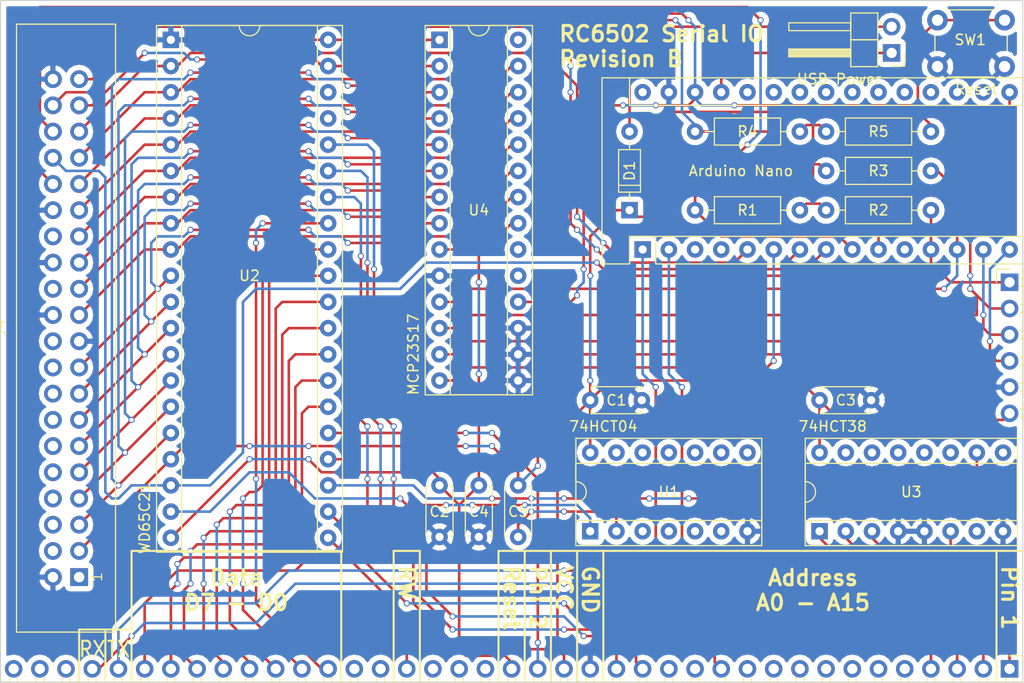
<source format=kicad_pcb>
(kicad_pcb (version 4) (host pcbnew 4.0.6)
  (layers (0 F.Cu signal hide) (31 B.Cu signal hide) (34 B.Paste user) (35 F.Paste user) (36 B.SilkS user) (37 F.SilkS user) (38 B.Mask user) (39 F.Mask user) (44 Edge.Cuts user))
  (net 0 "")
  (net 1 VCC)
  (net 2 GND)
  (net 3 OUT_DA)
  (net 4 A15)
  (net 5 A14)
  (net 6 A13)
  (net 7 A12)
  (net 8 A4)
  (net 9 A1)
  (net 10 A0)
  (net 11 PHI2)
  (net 12 RESET)
  (net 13 D0)
  (net 14 D1)
  (net 15 D2)
  (net 16 D3)
  (net 17 D4)
  (net 18 D5)
  (net 19 D6)
  (net 20 D7)
  (net 21 KBD_READY)
  (net 22 /CS1)
  (net 23 "Net-(J2-Pad27)")
  (net 24 "Net-(J2-Pad13)")
  (net 25 /MOSI)
  (net 26 /MISO)
  (net 27 /SCK)
  (net 28 "Net-(U1-Pad1)")
  (net 29 KBD_D0)
  (net 30 KBD_D1)
  (net 31 "Net-(U2-Pad23)")
  (net 32 KBD_D2)
  (net 33 KBD_D3)
  (net 34 KBD_D4)
  (net 35 KBD_D5)
  (net 36 KBD_D6)
  (net 37 KBD_D7)
  (net 38 OUT_D0)
  (net 39 OUT_D1)
  (net 40 OUT_D2)
  (net 41 OUT_D3)
  (net 42 OUT_D4)
  (net 43 OUT_D5)
  (net 44 OUT_D6)
  (net 45 RW)
  (net 46 TX)
  (net 47 RX)
  (net 48 KBD_STROBE)
  (net 49 OUT_RDA)
  (net 50 OUT_DETECT)
  (net 51 KBD_DETECT)
  (net 52 P_RESET)
  (net 53 "Net-(C5-Pad2)")
  (net 54 "Net-(D1-Pad2)")
  (module Connectors:IDC_Header_Straight_40pins (layer F.Cu) (at 106.68 124.46 90)
    (fp_text reference J4 (at 24.13 -7.62 90) (layer F.SilkS))
    (fp_text value "Peripheral Bus")
    (fp_text user 1 (at 0.02 1.72 90) (layer F.SilkS) (effects (font (thickness 0.12))))
    (pad 1 thru_hole rect (at 0 0 90) (size 1.7272 1.7272) (drill 1.016) (layers *.Cu *.Mask))
    (pad 2 thru_hole oval (at 0 -2.54 90) (size 1.7272 1.7272) (drill 1.016) (layers *.Cu *.Mask) (net 2 GND))
    (pad 3 thru_hole oval (at 2.54 0 90) (size 1.7272 1.7272) (drill 1.016) (layers *.Cu *.Mask) (net 3 OUT_DA))
    (pad 4 thru_hole oval (at 2.54 -2.54 90) (size 1.7272 1.7272) (drill 1.016) (layers *.Cu *.Mask))
    (pad 5 thru_hole oval (at 5.08 0 90) (size 1.7272 1.7272) (drill 1.016) (layers *.Cu *.Mask) (net 44 OUT_D6))
    (pad 6 thru_hole oval (at 5.08 -2.54 90) (size 1.7272 1.7272) (drill 1.016) (layers *.Cu *.Mask))
    (pad 7 thru_hole oval (at 7.62 0 90) (size 1.7272 1.7272) (drill 1.016) (layers *.Cu *.Mask) (net 43 OUT_D5))
    (pad 8 thru_hole oval (at 7.62 -2.54 90) (size 1.7272 1.7272) (drill 1.016) (layers *.Cu *.Mask))
    (pad 9 thru_hole oval (at 10.16 0 90) (size 1.7272 1.7272) (drill 1.016) (layers *.Cu *.Mask) (net 42 OUT_D4))
    (pad 10 thru_hole oval (at 10.16 -2.54 90) (size 1.7272 1.7272) (drill 1.016) (layers *.Cu *.Mask))
    (pad 11 thru_hole oval (at 12.7 0 90) (size 1.7272 1.7272) (drill 1.016) (layers *.Cu *.Mask) (net 41 OUT_D3))
    (pad 12 thru_hole oval (at 12.7 -2.54 90) (size 1.7272 1.7272) (drill 1.016) (layers *.Cu *.Mask))
    (pad 13 thru_hole oval (at 15.24 0 90) (size 1.7272 1.7272) (drill 1.016) (layers *.Cu *.Mask) (net 40 OUT_D2))
    (pad 14 thru_hole oval (at 15.24 -2.54 90) (size 1.7272 1.7272) (drill 1.016) (layers *.Cu *.Mask))
    (pad 15 thru_hole oval (at 17.78 0 90) (size 1.7272 1.7272) (drill 1.016) (layers *.Cu *.Mask) (net 39 OUT_D1))
    (pad 16 thru_hole oval (at 17.78 -2.54 90) (size 1.7272 1.7272) (drill 1.016) (layers *.Cu *.Mask))
    (pad 17 thru_hole oval (at 20.32 0 90) (size 1.7272 1.7272) (drill 1.016) (layers *.Cu *.Mask) (net 38 OUT_D0))
    (pad 18 thru_hole oval (at 20.32 -2.54 90) (size 1.7272 1.7272) (drill 1.016) (layers *.Cu *.Mask))
    (pad 19 thru_hole oval (at 22.86 0 90) (size 1.7272 1.7272) (drill 1.016) (layers *.Cu *.Mask) (net 2 GND))
    (pad 20 thru_hole oval (at 22.86 -2.54 90) (size 1.7272 1.7272) (drill 1.016) (layers *.Cu *.Mask))
    (pad 21 thru_hole oval (at 25.4 0 90) (size 1.7272 1.7272) (drill 1.016) (layers *.Cu *.Mask) (net 37 KBD_D7))
    (pad 22 thru_hole oval (at 25.4 -2.54 90) (size 1.7272 1.7272) (drill 1.016) (layers *.Cu *.Mask) (net 2 GND))
    (pad 23 thru_hole oval (at 27.94 0 90) (size 1.7272 1.7272) (drill 1.016) (layers *.Cu *.Mask) (net 36 KBD_D6))
    (pad 24 thru_hole oval (at 27.94 -2.54 90) (size 1.7272 1.7272) (drill 1.016) (layers *.Cu *.Mask))
    (pad 25 thru_hole oval (at 30.48 0 90) (size 1.7272 1.7272) (drill 1.016) (layers *.Cu *.Mask) (net 35 KBD_D5))
    (pad 26 thru_hole oval (at 30.48 -2.54 90) (size 1.7272 1.7272) (drill 1.016) (layers *.Cu *.Mask) (net 2 GND))
    (pad 27 thru_hole oval (at 33.02 0 90) (size 1.7272 1.7272) (drill 1.016) (layers *.Cu *.Mask) (net 34 KBD_D4))
    (pad 28 thru_hole oval (at 33.02 -2.54 90) (size 1.7272 1.7272) (drill 1.016) (layers *.Cu *.Mask))
    (pad 29 thru_hole oval (at 35.56 0 90) (size 1.7272 1.7272) (drill 1.016) (layers *.Cu *.Mask) (net 33 KBD_D3))
    (pad 30 thru_hole oval (at 35.56 -2.54 90) (size 1.7272 1.7272) (drill 1.016) (layers *.Cu *.Mask) (net 2 GND))
    (pad 31 thru_hole oval (at 38.1 0 90) (size 1.7272 1.7272) (drill 1.016) (layers *.Cu *.Mask) (net 32 KBD_D2))
    (pad 32 thru_hole oval (at 38.1 -2.54 90) (size 1.7272 1.7272) (drill 1.016) (layers *.Cu *.Mask) (net 50 OUT_DETECT))
    (pad 33 thru_hole oval (at 40.64 0 90) (size 1.7272 1.7272) (drill 1.016) (layers *.Cu *.Mask) (net 30 KBD_D1))
    (pad 34 thru_hole oval (at 40.64 -2.54 90) (size 1.7272 1.7272) (drill 1.016) (layers *.Cu *.Mask) (net 49 OUT_RDA))
    (pad 35 thru_hole oval (at 43.18 0 90) (size 1.7272 1.7272) (drill 1.016) (layers *.Cu *.Mask) (net 29 KBD_D0))
    (pad 36 thru_hole oval (at 43.18 -2.54 90) (size 1.7272 1.7272) (drill 1.016) (layers *.Cu *.Mask) (net 52 P_RESET))
    (pad 37 thru_hole oval (at 45.72 0 90) (size 1.7272 1.7272) (drill 1.016) (layers *.Cu *.Mask) (net 21 KBD_READY))
    (pad 38 thru_hole oval (at 45.72 -2.54 90) (size 1.7272 1.7272) (drill 1.016) (layers *.Cu *.Mask) (net 48 KBD_STROBE))
    (pad 39 thru_hole oval (at 48.26 0 90) (size 1.7272 1.7272) (drill 1.016) (layers *.Cu *.Mask) (net 51 KBD_DETECT))
    (pad 40 thru_hole oval (at 48.26 -2.54 90) (size 1.7272 1.7272) (drill 1.016) (layers *.Cu *.Mask) (net 2 GND))
  )
  (module Capacitors_THT:C_Disc_D4.7mm_W2.5mm_P5.00mm (layer F.Cu) (at 156.21 107.315)
    (fp_text reference C1 (at 2.54 0 180) (layer F.SilkS))
    (fp_text value 100nF)
    (pad 1 thru_hole circle (at 0 0) (size 1.6 1.6) (drill 0.8) (layers *.Cu *.Mask) (net 1 VCC))
    (pad 2 thru_hole circle (at 5 0) (size 1.6 1.6) (drill 0.8) (layers *.Cu *.Mask) (net 2 GND))
  )
  (module Capacitors_THT:C_Disc_D4.7mm_W2.5mm_P5.00mm (layer F.Cu) (at 141.605 115.57 270)
    (fp_text reference C2 (at 2.54 0 360) (layer F.SilkS))
    (fp_text value 100nF)
    (pad 1 thru_hole circle (at 0 0 270) (size 1.6 1.6) (drill 0.8) (layers *.Cu *.Mask) (net 1 VCC))
    (pad 2 thru_hole circle (at 5 0 270) (size 1.6 1.6) (drill 0.8) (layers *.Cu *.Mask) (net 2 GND))
  )
  (module Capacitors_THT:C_Disc_D4.7mm_W2.5mm_P5.00mm (layer F.Cu) (at 178.435 107.315)
    (fp_text reference C3 (at 2.54 0 180) (layer F.SilkS))
    (fp_text value 100nF)
    (pad 1 thru_hole circle (at 0 0) (size 1.6 1.6) (drill 0.8) (layers *.Cu *.Mask) (net 1 VCC))
    (pad 2 thru_hole circle (at 5 0) (size 1.6 1.6) (drill 0.8) (layers *.Cu *.Mask) (net 2 GND))
  )
  (module Capacitors_THT:C_Disc_D4.7mm_W2.5mm_P5.00mm (layer F.Cu) (at 145.415 115.57 270)
    (fp_text reference C4 (at 2.54 0 360) (layer F.SilkS))
    (fp_text value 100nF)
    (pad 1 thru_hole circle (at 0 0 270) (size 1.6 1.6) (drill 0.8) (layers *.Cu *.Mask) (net 1 VCC))
    (pad 2 thru_hole circle (at 5 0 270) (size 1.6 1.6) (drill 0.8) (layers *.Cu *.Mask) (net 2 GND))
  )
  (module Pin_Headers:Pin_Header_Angled_1x39_Pitch2.54mm (layer F.Cu) (at 196.85 133.35 270)
    (fp_text reference J1 (at 4.315 -2.27 270) (layer F.SilkS))
    (fp_text value CONN_01X39)
    (pad 1 thru_hole rect (at 0 0 270) (size 1.7 1.7) (drill 1) (layers *.Cu *.Mask) (net 4 A15))
    (pad 2 thru_hole oval (at 0 2.54 270) (size 1.7 1.7) (drill 1) (layers *.Cu *.Mask) (net 5 A14))
    (pad 3 thru_hole oval (at 0 5.08 270) (size 1.7 1.7) (drill 1) (layers *.Cu *.Mask) (net 6 A13))
    (pad 4 thru_hole oval (at 0 7.62 270) (size 1.7 1.7) (drill 1) (layers *.Cu *.Mask) (net 7 A12))
    (pad 5 thru_hole oval (at 0 10.16 270) (size 1.7 1.7) (drill 1) (layers *.Cu *.Mask))
    (pad 6 thru_hole oval (at 0 12.7 270) (size 1.7 1.7) (drill 1) (layers *.Cu *.Mask))
    (pad 7 thru_hole oval (at 0 15.24 270) (size 1.7 1.7) (drill 1) (layers *.Cu *.Mask))
    (pad 8 thru_hole oval (at 0 17.78 270) (size 1.7 1.7) (drill 1) (layers *.Cu *.Mask))
    (pad 9 thru_hole oval (at 0 20.32 270) (size 1.7 1.7) (drill 1) (layers *.Cu *.Mask))
    (pad 10 thru_hole oval (at 0 22.86 270) (size 1.7 1.7) (drill 1) (layers *.Cu *.Mask))
    (pad 11 thru_hole oval (at 0 25.4 270) (size 1.7 1.7) (drill 1) (layers *.Cu *.Mask))
    (pad 12 thru_hole oval (at 0 27.94 270) (size 1.7 1.7) (drill 1) (layers *.Cu *.Mask) (net 8 A4))
    (pad 13 thru_hole oval (at 0 30.48 270) (size 1.7 1.7) (drill 1) (layers *.Cu *.Mask))
    (pad 14 thru_hole oval (at 0 33.02 270) (size 1.7 1.7) (drill 1) (layers *.Cu *.Mask))
    (pad 15 thru_hole oval (at 0 35.56 270) (size 1.7 1.7) (drill 1) (layers *.Cu *.Mask) (net 9 A1))
    (pad 16 thru_hole oval (at 0 38.1 270) (size 1.7 1.7) (drill 1) (layers *.Cu *.Mask) (net 10 A0))
    (pad 17 thru_hole oval (at 0 40.64 270) (size 1.7 1.7) (drill 1) (layers *.Cu *.Mask) (net 2 GND))
    (pad 18 thru_hole oval (at 0 43.18 270) (size 1.7 1.7) (drill 1) (layers *.Cu *.Mask) (net 1 VCC))
    (pad 19 thru_hole oval (at 0 45.72 270) (size 1.7 1.7) (drill 1) (layers *.Cu *.Mask) (net 11 PHI2))
    (pad 20 thru_hole oval (at 0 48.26 270) (size 1.7 1.7) (drill 1) (layers *.Cu *.Mask) (net 12 RESET))
    (pad 21 thru_hole oval (at 0 50.8 270) (size 1.7 1.7) (drill 1) (layers *.Cu *.Mask))
    (pad 22 thru_hole oval (at 0 53.34 270) (size 1.7 1.7) (drill 1) (layers *.Cu *.Mask))
    (pad 23 thru_hole oval (at 0 55.88 270) (size 1.7 1.7) (drill 1) (layers *.Cu *.Mask))
    (pad 24 thru_hole oval (at 0 58.42 270) (size 1.7 1.7) (drill 1) (layers *.Cu *.Mask) (net 45 RW))
    (pad 25 thru_hole oval (at 0 60.96 270) (size 1.7 1.7) (drill 1) (layers *.Cu *.Mask))
    (pad 26 thru_hole oval (at 0 63.5 270) (size 1.7 1.7) (drill 1) (layers *.Cu *.Mask))
    (pad 27 thru_hole oval (at 0 66.04 270) (size 1.7 1.7) (drill 1) (layers *.Cu *.Mask) (net 13 D0))
    (pad 28 thru_hole oval (at 0 68.58 270) (size 1.7 1.7) (drill 1) (layers *.Cu *.Mask) (net 14 D1))
    (pad 29 thru_hole oval (at 0 71.12 270) (size 1.7 1.7) (drill 1) (layers *.Cu *.Mask) (net 15 D2))
    (pad 30 thru_hole oval (at 0 73.66 270) (size 1.7 1.7) (drill 1) (layers *.Cu *.Mask) (net 16 D3))
    (pad 31 thru_hole oval (at 0 76.2 270) (size 1.7 1.7) (drill 1) (layers *.Cu *.Mask) (net 17 D4))
    (pad 32 thru_hole oval (at 0 78.74 270) (size 1.7 1.7) (drill 1) (layers *.Cu *.Mask) (net 18 D5))
    (pad 33 thru_hole oval (at 0 81.28 270) (size 1.7 1.7) (drill 1) (layers *.Cu *.Mask) (net 19 D6))
    (pad 34 thru_hole oval (at 0 83.82 270) (size 1.7 1.7) (drill 1) (layers *.Cu *.Mask) (net 20 D7))
    (pad 35 thru_hole oval (at 0 86.36 270) (size 1.7 1.7) (drill 1) (layers *.Cu *.Mask) (net 46 TX))
    (pad 36 thru_hole oval (at 0 88.9 270) (size 1.7 1.7) (drill 1) (layers *.Cu *.Mask) (net 47 RX))
    (pad 37 thru_hole oval (at 0 91.44 270) (size 1.7 1.7) (drill 1) (layers *.Cu *.Mask))
    (pad 38 thru_hole oval (at 0 93.98 270) (size 1.7 1.7) (drill 1) (layers *.Cu *.Mask))
    (pad 39 thru_hole oval (at 0 96.52 270) (size 1.7 1.7) (drill 1) (layers *.Cu *.Mask))
  )
  (module Modules:Arduino_Nano (layer F.Cu) (at 161.29 92.71 90)
    (fp_text reference J2)
    (fp_text value "Arduino Nano" (at 7.62 9.525 180) (layer F.SilkS))
    (pad 1 thru_hole rect (at 0 0 90) (size 1.6 1.6) (drill 0.8) (layers *.Cu *.Mask) (net 46 TX))
    (pad 17 thru_hole oval (at 15.24 33.02 90) (size 1.6 1.6) (drill 0.8) (layers *.Cu *.Mask))
    (pad 2 thru_hole oval (at 0 2.54 90) (size 1.6 1.6) (drill 0.8) (layers *.Cu *.Mask) (net 47 RX))
    (pad 18 thru_hole oval (at 15.24 30.48 90) (size 1.6 1.6) (drill 0.8) (layers *.Cu *.Mask))
    (pad 3 thru_hole oval (at 0 5.08 90) (size 1.6 1.6) (drill 0.8) (layers *.Cu *.Mask))
    (pad 19 thru_hole oval (at 15.24 27.94 90) (size 1.6 1.6) (drill 0.8) (layers *.Cu *.Mask))
    (pad 4 thru_hole oval (at 0 7.62 90) (size 1.6 1.6) (drill 0.8) (layers *.Cu *.Mask))
    (pad 20 thru_hole oval (at 15.24 25.4 90) (size 1.6 1.6) (drill 0.8) (layers *.Cu *.Mask))
    (pad 5 thru_hole oval (at 0 10.16 90) (size 1.6 1.6) (drill 0.8) (layers *.Cu *.Mask) (net 21 KBD_READY))
    (pad 21 thru_hole oval (at 15.24 22.86 90) (size 1.6 1.6) (drill 0.8) (layers *.Cu *.Mask))
    (pad 6 thru_hole oval (at 0 12.7 90) (size 1.6 1.6) (drill 0.8) (layers *.Cu *.Mask) (net 3 OUT_DA))
    (pad 22 thru_hole oval (at 15.24 20.32 90) (size 1.6 1.6) (drill 0.8) (layers *.Cu *.Mask))
    (pad 7 thru_hole oval (at 0 15.24 90) (size 1.6 1.6) (drill 0.8) (layers *.Cu *.Mask) (net 48 KBD_STROBE))
    (pad 23 thru_hole oval (at 15.24 17.78 90) (size 1.6 1.6) (drill 0.8) (layers *.Cu *.Mask))
    (pad 8 thru_hole oval (at 0 17.78 90) (size 1.6 1.6) (drill 0.8) (layers *.Cu *.Mask) (net 49 OUT_RDA))
    (pad 24 thru_hole oval (at 15.24 15.24 90) (size 1.6 1.6) (drill 0.8) (layers *.Cu *.Mask))
    (pad 9 thru_hole oval (at 0 20.32 90) (size 1.6 1.6) (drill 0.8) (layers *.Cu *.Mask) (net 50 OUT_DETECT))
    (pad 25 thru_hole oval (at 15.24 12.7 90) (size 1.6 1.6) (drill 0.8) (layers *.Cu *.Mask))
    (pad 10 thru_hole oval (at 0 22.86 90) (size 1.6 1.6) (drill 0.8) (layers *.Cu *.Mask) (net 51 KBD_DETECT))
    (pad 26 thru_hole oval (at 15.24 10.16 90) (size 1.6 1.6) (drill 0.8) (layers *.Cu *.Mask))
    (pad 11 thru_hole oval (at 0 25.4 90) (size 1.6 1.6) (drill 0.8) (layers *.Cu *.Mask))
    (pad 27 thru_hole oval (at 15.24 7.62 90) (size 1.6 1.6) (drill 0.8) (layers *.Cu *.Mask) (net 23 "Net-(J2-Pad27)"))
    (pad 12 thru_hole oval (at 0 27.94 90) (size 1.6 1.6) (drill 0.8) (layers *.Cu *.Mask) (net 22 /CS1))
    (pad 28 thru_hole oval (at 15.24 5.08 90) (size 1.6 1.6) (drill 0.8) (layers *.Cu *.Mask) (net 52 P_RESET))
    (pad 13 thru_hole oval (at 0 30.48 90) (size 1.6 1.6) (drill 0.8) (layers *.Cu *.Mask) (net 24 "Net-(J2-Pad13)"))
    (pad 29 thru_hole oval (at 15.24 2.54 90) (size 1.6 1.6) (drill 0.8) (layers *.Cu *.Mask) (net 2 GND))
    (pad 14 thru_hole oval (at 0 33.02 90) (size 1.6 1.6) (drill 0.8) (layers *.Cu *.Mask) (net 25 /MOSI))
    (pad 30 thru_hole oval (at 15.24 0 90) (size 1.6 1.6) (drill 0.8) (layers *.Cu *.Mask))
    (pad 15 thru_hole oval (at 0 35.56 90) (size 1.6 1.6) (drill 0.8) (layers *.Cu *.Mask) (net 26 /MISO))
    (pad 16 thru_hole oval (at 15.24 35.56 90) (size 1.6 1.6) (drill 0.8) (layers *.Cu *.Mask) (net 27 /SCK))
  )
  (module Pin_Headers:Pin_Header_Angled_1x02_Pitch2.54mm (layer F.Cu) (at 185.42 73.66 180)
    (fp_text reference JP1 (at 0 6.35 180) (layer F.SilkS))
    (fp_text value "USB Power" (at 5.08 -2.54 180) (layer F.SilkS))
    (pad 1 thru_hole rect (at 0 0 180) (size 1.7 1.7) (drill 1) (layers *.Cu *.Mask) (net 23 "Net-(J2-Pad27)"))
    (pad 2 thru_hole oval (at 0 2.54 180) (size 1.7 1.7) (drill 1) (layers *.Cu *.Mask) (net 54 "Net-(D1-Pad2)"))
  )
  (module Resistors_THT:R_Axial_DIN0207_L6.3mm_D2.5mm_P10.16mm_Horizontal (layer F.Cu) (at 166.37 88.9)
    (fp_text reference R1 (at 5.08 0) (layer F.SilkS))
    (fp_text value 10k)
    (pad 1 thru_hole circle (at 0 0) (size 1.6 1.6) (drill 0.8) (layers *.Cu *.Mask) (net 50 OUT_DETECT))
    (pad 2 thru_hole oval (at 10.16 0) (size 1.6 1.6) (drill 0.8) (layers *.Cu *.Mask) (net 1 VCC))
  )
  (module Resistors_THT:R_Axial_DIN0207_L6.3mm_D2.5mm_P10.16mm_Horizontal (layer F.Cu) (at 179.07 88.9)
    (fp_text reference R2 (at 5.08 0) (layer F.SilkS))
    (fp_text value 10k)
    (pad 1 thru_hole circle (at 0 0) (size 1.6 1.6) (drill 0.8) (layers *.Cu *.Mask) (net 1 VCC))
    (pad 2 thru_hole oval (at 10.16 0) (size 1.6 1.6) (drill 0.8) (layers *.Cu *.Mask) (net 22 /CS1))
  )
  (module Resistors_THT:R_Axial_DIN0207_L6.3mm_D2.5mm_P10.16mm_Horizontal (layer F.Cu) (at 179.07 85.09)
    (fp_text reference R3 (at 5.08 0) (layer F.SilkS))
    (fp_text value 10k)
    (pad 1 thru_hole circle (at 0 0) (size 1.6 1.6) (drill 0.8) (layers *.Cu *.Mask) (net 1 VCC))
    (pad 2 thru_hole oval (at 10.16 0) (size 1.6 1.6) (drill 0.8) (layers *.Cu *.Mask) (net 24 "Net-(J2-Pad13)"))
  )
  (module Buttons_Switches_THT:SW_PUSH_6mm (layer F.Cu) (at 189.865 70.485)
    (fp_text reference SW1 (at 3.175 1.905) (layer F.SilkS))
    (fp_text value Reset (at 3.75 6.7) (layer F.SilkS))
    (pad 2 thru_hole circle (at 0 4.5 90) (size 2 2) (drill 1.1) (layers *.Cu *.Mask) (net 2 GND))
    (pad 1 thru_hole circle (at 0 0 90) (size 2 2) (drill 1.1) (layers *.Cu *.Mask) (net 52 P_RESET))
    (pad 2 thru_hole circle (at 6.5 4.5 90) (size 2 2) (drill 1.1) (layers *.Cu *.Mask) (net 2 GND))
    (pad 1 thru_hole circle (at 6.5 0 90) (size 2 2) (drill 1.1) (layers *.Cu *.Mask) (net 52 P_RESET))
  )
  (module Housings_DIP:DIP-14_W7.62mm_Socket (layer F.Cu) (at 156.21 120.015 90)
    (fp_text reference U1 (at 3.81 7.62 360) (layer F.SilkS))
    (fp_text value 74HCT04 (at 10.16 1.27 180) (layer F.SilkS))
    (pad 1 thru_hole rect (at 0 0 90) (size 1.6 1.6) (drill 0.8) (layers *.Cu *.Mask) (net 28 "Net-(U1-Pad1)"))
    (pad 8 thru_hole oval (at 7.62 15.24 90) (size 1.6 1.6) (drill 0.8) (layers *.Cu *.Mask))
    (pad 2 thru_hole oval (at 0 2.54 90) (size 1.6 1.6) (drill 0.8) (layers *.Cu *.Mask) (net 53 "Net-(C5-Pad2)"))
    (pad 9 thru_hole oval (at 7.62 12.7 90) (size 1.6 1.6) (drill 0.8) (layers *.Cu *.Mask))
    (pad 3 thru_hole oval (at 0 5.08 90) (size 1.6 1.6) (drill 0.8) (layers *.Cu *.Mask))
    (pad 10 thru_hole oval (at 7.62 10.16 90) (size 1.6 1.6) (drill 0.8) (layers *.Cu *.Mask))
    (pad 4 thru_hole oval (at 0 7.62 90) (size 1.6 1.6) (drill 0.8) (layers *.Cu *.Mask))
    (pad 11 thru_hole oval (at 7.62 7.62 90) (size 1.6 1.6) (drill 0.8) (layers *.Cu *.Mask))
    (pad 5 thru_hole oval (at 0 10.16 90) (size 1.6 1.6) (drill 0.8) (layers *.Cu *.Mask))
    (pad 12 thru_hole oval (at 7.62 5.08 90) (size 1.6 1.6) (drill 0.8) (layers *.Cu *.Mask))
    (pad 6 thru_hole oval (at 0 12.7 90) (size 1.6 1.6) (drill 0.8) (layers *.Cu *.Mask))
    (pad 13 thru_hole oval (at 7.62 2.54 90) (size 1.6 1.6) (drill 0.8) (layers *.Cu *.Mask))
    (pad 7 thru_hole oval (at 0 15.24 90) (size 1.6 1.6) (drill 0.8) (layers *.Cu *.Mask) (net 2 GND))
    (pad 14 thru_hole oval (at 7.62 0 90) (size 1.6 1.6) (drill 0.8) (layers *.Cu *.Mask) (net 1 VCC))
  )
  (module Housings_DIP:DIP-40_W15.24mm_Socket (layer F.Cu) (at 115.57 72.39)
    (fp_text reference U2 (at 7.62 22.86 180) (layer F.SilkS))
    (fp_text value WD65C21 (at -2.54 46.355 270) (layer F.SilkS))
    (pad 1 thru_hole rect (at 0 0) (size 1.6 1.6) (drill 0.8) (layers *.Cu *.Mask) (net 2 GND))
    (pad 21 thru_hole oval (at 15.24 48.26) (size 1.6 1.6) (drill 0.8) (layers *.Cu *.Mask) (net 45 RW))
    (pad 2 thru_hole oval (at 0 2.54) (size 1.6 1.6) (drill 0.8) (layers *.Cu *.Mask) (net 29 KBD_D0))
    (pad 22 thru_hole oval (at 15.24 45.72) (size 1.6 1.6) (drill 0.8) (layers *.Cu *.Mask) (net 8 A4))
    (pad 3 thru_hole oval (at 0 5.08) (size 1.6 1.6) (drill 0.8) (layers *.Cu *.Mask) (net 30 KBD_D1))
    (pad 23 thru_hole oval (at 15.24 43.18) (size 1.6 1.6) (drill 0.8) (layers *.Cu *.Mask) (net 31 "Net-(U2-Pad23)"))
    (pad 4 thru_hole oval (at 0 7.62) (size 1.6 1.6) (drill 0.8) (layers *.Cu *.Mask) (net 32 KBD_D2))
    (pad 24 thru_hole oval (at 15.24 40.64) (size 1.6 1.6) (drill 0.8) (layers *.Cu *.Mask) (net 1 VCC))
    (pad 5 thru_hole oval (at 0 10.16) (size 1.6 1.6) (drill 0.8) (layers *.Cu *.Mask) (net 33 KBD_D3))
    (pad 25 thru_hole oval (at 15.24 38.1) (size 1.6 1.6) (drill 0.8) (layers *.Cu *.Mask) (net 11 PHI2))
    (pad 6 thru_hole oval (at 0 12.7) (size 1.6 1.6) (drill 0.8) (layers *.Cu *.Mask) (net 34 KBD_D4))
    (pad 26 thru_hole oval (at 15.24 35.56) (size 1.6 1.6) (drill 0.8) (layers *.Cu *.Mask) (net 20 D7))
    (pad 7 thru_hole oval (at 0 15.24) (size 1.6 1.6) (drill 0.8) (layers *.Cu *.Mask) (net 35 KBD_D5))
    (pad 27 thru_hole oval (at 15.24 33.02) (size 1.6 1.6) (drill 0.8) (layers *.Cu *.Mask) (net 19 D6))
    (pad 8 thru_hole oval (at 0 17.78) (size 1.6 1.6) (drill 0.8) (layers *.Cu *.Mask) (net 36 KBD_D6))
    (pad 28 thru_hole oval (at 15.24 30.48) (size 1.6 1.6) (drill 0.8) (layers *.Cu *.Mask) (net 18 D5))
    (pad 9 thru_hole oval (at 0 20.32) (size 1.6 1.6) (drill 0.8) (layers *.Cu *.Mask) (net 37 KBD_D7))
    (pad 29 thru_hole oval (at 15.24 27.94) (size 1.6 1.6) (drill 0.8) (layers *.Cu *.Mask) (net 17 D4))
    (pad 10 thru_hole oval (at 0 22.86) (size 1.6 1.6) (drill 0.8) (layers *.Cu *.Mask) (net 38 OUT_D0))
    (pad 30 thru_hole oval (at 15.24 25.4) (size 1.6 1.6) (drill 0.8) (layers *.Cu *.Mask) (net 16 D3))
    (pad 11 thru_hole oval (at 0 25.4) (size 1.6 1.6) (drill 0.8) (layers *.Cu *.Mask) (net 39 OUT_D1))
    (pad 31 thru_hole oval (at 15.24 22.86) (size 1.6 1.6) (drill 0.8) (layers *.Cu *.Mask) (net 15 D2))
    (pad 12 thru_hole oval (at 0 27.94) (size 1.6 1.6) (drill 0.8) (layers *.Cu *.Mask) (net 40 OUT_D2))
    (pad 32 thru_hole oval (at 15.24 20.32) (size 1.6 1.6) (drill 0.8) (layers *.Cu *.Mask) (net 14 D1))
    (pad 13 thru_hole oval (at 0 30.48) (size 1.6 1.6) (drill 0.8) (layers *.Cu *.Mask) (net 41 OUT_D3))
    (pad 33 thru_hole oval (at 15.24 17.78) (size 1.6 1.6) (drill 0.8) (layers *.Cu *.Mask) (net 13 D0))
    (pad 14 thru_hole oval (at 0 33.02) (size 1.6 1.6) (drill 0.8) (layers *.Cu *.Mask) (net 42 OUT_D4))
    (pad 34 thru_hole oval (at 15.24 15.24) (size 1.6 1.6) (drill 0.8) (layers *.Cu *.Mask) (net 12 RESET))
    (pad 15 thru_hole oval (at 0 35.56) (size 1.6 1.6) (drill 0.8) (layers *.Cu *.Mask) (net 43 OUT_D5))
    (pad 35 thru_hole oval (at 15.24 12.7) (size 1.6 1.6) (drill 0.8) (layers *.Cu *.Mask) (net 9 A1))
    (pad 16 thru_hole oval (at 0 38.1) (size 1.6 1.6) (drill 0.8) (layers *.Cu *.Mask) (net 44 OUT_D6))
    (pad 36 thru_hole oval (at 15.24 10.16) (size 1.6 1.6) (drill 0.8) (layers *.Cu *.Mask) (net 10 A0))
    (pad 17 thru_hole oval (at 0 40.64) (size 1.6 1.6) (drill 0.8) (layers *.Cu *.Mask) (net 3 OUT_DA))
    (pad 37 thru_hole oval (at 15.24 7.62) (size 1.6 1.6) (drill 0.8) (layers *.Cu *.Mask))
    (pad 18 thru_hole oval (at 0 43.18) (size 1.6 1.6) (drill 0.8) (layers *.Cu *.Mask) (net 49 OUT_RDA))
    (pad 38 thru_hole oval (at 15.24 5.08) (size 1.6 1.6) (drill 0.8) (layers *.Cu *.Mask))
    (pad 19 thru_hole oval (at 0 45.72) (size 1.6 1.6) (drill 0.8) (layers *.Cu *.Mask) (net 28 "Net-(U1-Pad1)"))
    (pad 39 thru_hole oval (at 15.24 2.54) (size 1.6 1.6) (drill 0.8) (layers *.Cu *.Mask) (net 21 KBD_READY))
    (pad 20 thru_hole oval (at 0 48.26) (size 1.6 1.6) (drill 0.8) (layers *.Cu *.Mask) (net 1 VCC))
    (pad 40 thru_hole oval (at 15.24 0) (size 1.6 1.6) (drill 0.8) (layers *.Cu *.Mask) (net 48 KBD_STROBE))
  )
  (module Housings_DIP:DIP-16_W7.62mm_Socket (layer F.Cu) (at 178.435 120.015 90)
    (fp_text reference U3 (at 3.81 8.89 180) (layer F.SilkS))
    (fp_text value 74HCT38 (at 10.16 1.27 180) (layer F.SilkS))
    (pad 1 thru_hole rect (at 0 0 90) (size 1.6 1.6) (drill 0.8) (layers *.Cu *.Mask) (net 7 A12))
    (pad 9 thru_hole oval (at 7.62 17.78 90) (size 1.6 1.6) (drill 0.8) (layers *.Cu *.Mask))
    (pad 2 thru_hole oval (at 0 2.54 90) (size 1.6 1.6) (drill 0.8) (layers *.Cu *.Mask) (net 6 A13))
    (pad 10 thru_hole oval (at 7.62 15.24 90) (size 1.6 1.6) (drill 0.8) (layers *.Cu *.Mask) (net 31 "Net-(U2-Pad23)"))
    (pad 3 thru_hole oval (at 0 5.08 90) (size 1.6 1.6) (drill 0.8) (layers *.Cu *.Mask) (net 5 A14))
    (pad 11 thru_hole oval (at 7.62 12.7 90) (size 1.6 1.6) (drill 0.8) (layers *.Cu *.Mask))
    (pad 4 thru_hole oval (at 0 7.62 90) (size 1.6 1.6) (drill 0.8) (layers *.Cu *.Mask) (net 2 GND))
    (pad 12 thru_hole oval (at 7.62 10.16 90) (size 1.6 1.6) (drill 0.8) (layers *.Cu *.Mask))
    (pad 5 thru_hole oval (at 0 10.16 90) (size 1.6 1.6) (drill 0.8) (layers *.Cu *.Mask) (net 2 GND))
    (pad 13 thru_hole oval (at 7.62 7.62 90) (size 1.6 1.6) (drill 0.8) (layers *.Cu *.Mask))
    (pad 6 thru_hole oval (at 0 12.7 90) (size 1.6 1.6) (drill 0.8) (layers *.Cu *.Mask) (net 4 A15))
    (pad 14 thru_hole oval (at 7.62 5.08 90) (size 1.6 1.6) (drill 0.8) (layers *.Cu *.Mask))
    (pad 7 thru_hole oval (at 0 15.24 90) (size 1.6 1.6) (drill 0.8) (layers *.Cu *.Mask))
    (pad 15 thru_hole oval (at 7.62 2.54 90) (size 1.6 1.6) (drill 0.8) (layers *.Cu *.Mask))
    (pad 8 thru_hole oval (at 0 17.78 90) (size 1.6 1.6) (drill 0.8) (layers *.Cu *.Mask) (net 2 GND))
    (pad 16 thru_hole oval (at 7.62 0 90) (size 1.6 1.6) (drill 0.8) (layers *.Cu *.Mask) (net 1 VCC))
  )
  (module Housings_DIP:DIP-28_W7.62mm_Socket (layer F.Cu) (at 141.605 72.39)
    (fp_text reference U4 (at 3.81 16.51) (layer F.SilkS))
    (fp_text value MCP23S17 (at -2.54 30.48 90) (layer F.SilkS))
    (pad 1 thru_hole rect (at 0 0) (size 1.6 1.6) (drill 0.8) (layers *.Cu *.Mask) (net 29 KBD_D0))
    (pad 15 thru_hole oval (at 7.62 33.02) (size 1.6 1.6) (drill 0.8) (layers *.Cu *.Mask) (net 2 GND))
    (pad 2 thru_hole oval (at 0 2.54) (size 1.6 1.6) (drill 0.8) (layers *.Cu *.Mask) (net 30 KBD_D1))
    (pad 16 thru_hole oval (at 7.62 30.48) (size 1.6 1.6) (drill 0.8) (layers *.Cu *.Mask) (net 2 GND))
    (pad 3 thru_hole oval (at 0 5.08) (size 1.6 1.6) (drill 0.8) (layers *.Cu *.Mask) (net 32 KBD_D2))
    (pad 17 thru_hole oval (at 7.62 27.94) (size 1.6 1.6) (drill 0.8) (layers *.Cu *.Mask) (net 2 GND))
    (pad 4 thru_hole oval (at 0 7.62) (size 1.6 1.6) (drill 0.8) (layers *.Cu *.Mask) (net 33 KBD_D3))
    (pad 18 thru_hole oval (at 7.62 25.4) (size 1.6 1.6) (drill 0.8) (layers *.Cu *.Mask) (net 52 P_RESET))
    (pad 5 thru_hole oval (at 0 10.16) (size 1.6 1.6) (drill 0.8) (layers *.Cu *.Mask) (net 34 KBD_D4))
    (pad 19 thru_hole oval (at 7.62 22.86) (size 1.6 1.6) (drill 0.8) (layers *.Cu *.Mask))
    (pad 6 thru_hole oval (at 0 12.7) (size 1.6 1.6) (drill 0.8) (layers *.Cu *.Mask) (net 35 KBD_D5))
    (pad 20 thru_hole oval (at 7.62 20.32) (size 1.6 1.6) (drill 0.8) (layers *.Cu *.Mask))
    (pad 7 thru_hole oval (at 0 15.24) (size 1.6 1.6) (drill 0.8) (layers *.Cu *.Mask) (net 36 KBD_D6))
    (pad 21 thru_hole oval (at 7.62 17.78) (size 1.6 1.6) (drill 0.8) (layers *.Cu *.Mask) (net 38 OUT_D0))
    (pad 8 thru_hole oval (at 0 17.78) (size 1.6 1.6) (drill 0.8) (layers *.Cu *.Mask) (net 37 KBD_D7))
    (pad 22 thru_hole oval (at 7.62 15.24) (size 1.6 1.6) (drill 0.8) (layers *.Cu *.Mask) (net 39 OUT_D1))
    (pad 9 thru_hole oval (at 0 20.32) (size 1.6 1.6) (drill 0.8) (layers *.Cu *.Mask) (net 1 VCC))
    (pad 23 thru_hole oval (at 7.62 12.7) (size 1.6 1.6) (drill 0.8) (layers *.Cu *.Mask) (net 40 OUT_D2))
    (pad 10 thru_hole oval (at 0 22.86) (size 1.6 1.6) (drill 0.8) (layers *.Cu *.Mask) (net 2 GND))
    (pad 24 thru_hole oval (at 7.62 10.16) (size 1.6 1.6) (drill 0.8) (layers *.Cu *.Mask) (net 41 OUT_D3))
    (pad 11 thru_hole oval (at 0 25.4) (size 1.6 1.6) (drill 0.8) (layers *.Cu *.Mask) (net 24 "Net-(J2-Pad13)"))
    (pad 25 thru_hole oval (at 7.62 7.62) (size 1.6 1.6) (drill 0.8) (layers *.Cu *.Mask) (net 42 OUT_D4))
    (pad 12 thru_hole oval (at 0 27.94) (size 1.6 1.6) (drill 0.8) (layers *.Cu *.Mask) (net 27 /SCK))
    (pad 26 thru_hole oval (at 7.62 5.08) (size 1.6 1.6) (drill 0.8) (layers *.Cu *.Mask) (net 43 OUT_D5))
    (pad 13 thru_hole oval (at 0 30.48) (size 1.6 1.6) (drill 0.8) (layers *.Cu *.Mask) (net 25 /MOSI))
    (pad 27 thru_hole oval (at 7.62 2.54) (size 1.6 1.6) (drill 0.8) (layers *.Cu *.Mask) (net 44 OUT_D6))
    (pad 14 thru_hole oval (at 0 33.02) (size 1.6 1.6) (drill 0.8) (layers *.Cu *.Mask) (net 26 /MISO))
    (pad 28 thru_hole oval (at 7.62 0) (size 1.6 1.6) (drill 0.8) (layers *.Cu *.Mask))
  )
  (module Pin_Headers:Pin_Header_Angled_1x06_Pitch2.54mm (layer F.Cu) (at 196.85 95.885)
    (fp_text reference J3 (at 4.315 -2.27) (layer F.SilkS))
    (fp_text value "SPI Breakout")
    (pad 1 thru_hole rect (at 0 0) (size 1.7 1.7) (drill 1) (layers *.Cu *.Mask) (net 22 /CS1))
    (pad 2 thru_hole oval (at 0 2.54) (size 1.7 1.7) (drill 1) (layers *.Cu *.Mask) (net 27 /SCK))
    (pad 3 thru_hole oval (at 0 5.08) (size 1.7 1.7) (drill 1) (layers *.Cu *.Mask) (net 25 /MOSI))
    (pad 4 thru_hole oval (at 0 7.62) (size 1.7 1.7) (drill 1) (layers *.Cu *.Mask) (net 26 /MISO))
    (pad 5 thru_hole oval (at 0 10.16) (size 1.7 1.7) (drill 1) (layers *.Cu *.Mask) (net 2 GND))
    (pad 6 thru_hole oval (at 0 12.7) (size 1.7 1.7) (drill 1) (layers *.Cu *.Mask) (net 1 VCC))
  )
  (module Resistors_THT:R_Axial_DIN0207_L6.3mm_D2.5mm_P10.16mm_Horizontal (layer F.Cu) (at 166.37 81.28)
    (fp_text reference R4 (at 5.08 0) (layer F.SilkS))
    (fp_text value 10k)
    (pad 1 thru_hole circle (at 0 0) (size 1.6 1.6) (drill 0.8) (layers *.Cu *.Mask) (net 51 KBD_DETECT))
    (pad 2 thru_hole oval (at 10.16 0) (size 1.6 1.6) (drill 0.8) (layers *.Cu *.Mask) (net 1 VCC))
  )
  (module Resistors_THT:R_Axial_DIN0207_L6.3mm_D2.5mm_P10.16mm_Horizontal (layer F.Cu) (at 189.23 81.28 180)
    (fp_text reference R5 (at 5.08 0 180) (layer F.SilkS))
    (fp_text value 10k)
    (pad 1 thru_hole circle (at 0 0 180) (size 1.6 1.6) (drill 0.8) (layers *.Cu *.Mask) (net 52 P_RESET))
    (pad 2 thru_hole oval (at 10.16 0 180) (size 1.6 1.6) (drill 0.8) (layers *.Cu *.Mask) (net 1 VCC))
  )
  (module Capacitors_THT:C_Disc_D4.7mm_W2.5mm_P5.00mm (layer F.Cu) (at 149.225 115.57 270)
    (fp_text reference C5 (at 2.54 0 360) (layer F.SilkS))
    (fp_text value 10nF)
    (pad 1 thru_hole circle (at 0 0 270) (size 1.6 1.6) (drill 0.8) (layers *.Cu *.Mask) (net 3 OUT_DA))
    (pad 2 thru_hole circle (at 5 0 270) (size 1.6 1.6) (drill 0.8) (layers *.Cu *.Mask) (net 53 "Net-(C5-Pad2)"))
  )
  (module Diodes_THT:D_DO-35_SOD27_P7.62mm_Horizontal (layer F.Cu) (at 160.02 88.9 90)
    (fp_text reference D1 (at 3.81 0 90) (layer F.SilkS))
    (fp_text value 1N4848)
    (pad 1 thru_hole rect (at 0 0 90) (size 1.6 1.6) (drill 0.8) (layers *.Cu *.Mask) (net 1 VCC))
    (pad 2 thru_hole oval (at 7.62 0 90) (size 1.6 1.6) (drill 0.8) (layers *.Cu *.Mask) (net 54 "Net-(D1-Pad2)"))
  )
  (gr_text RX (at 107.95 131.445) (layer F.SilkS) (effects (font (size 1.5 1.3) (thickness 0.2))))
  (gr_text TX (at 110.49 131.445) (layer F.SilkS) (effects (font (size 1.5 1.3) (thickness 0.2))))
  (gr_line (start 109.22 129.54) (end 109.22 134.62) (angle 90) (layer F.SilkS) (width 0.2))
  (gr_line (start 106.68 129.54) (end 111.76 129.54) (angle 90) (layer F.SilkS) (width 0.2))
  (gr_line (start 106.68 134.62) (end 106.68 129.54) (angle 90) (layer F.SilkS) (width 0.2))
  (gr_line (start 139.7 121.92) (end 139.7 124.46) (angle 90) (layer F.SilkS) (width 0.2))
  (gr_line (start 137.16 121.92) (end 139.7 121.92) (angle 90) (layer F.SilkS) (width 0.2))
  (gr_line (start 137.16 124.46) (end 137.16 121.92) (angle 90) (layer F.SilkS) (width 0.2))
  (gr_line (start 111.76 121.92) (end 111.76 124.46) (angle 90) (layer F.SilkS) (width 0.2))
  (gr_line (start 132.08 121.92) (end 111.76 121.92) (angle 90) (layer F.SilkS) (width 0.2))
  (gr_line (start 132.08 124.46) (end 132.08 121.92) (angle 90) (layer F.SilkS) (width 0.2))
  (gr_line (start 157.48 121.92) (end 195.58 121.92) (angle 90) (layer F.SilkS) (width 0.2))
  (gr_line (start 149.86 124.46) (end 149.86 121.92) (angle 90) (layer F.SilkS) (width 0.2))
  (gr_line (start 152.4 124.46) (end 152.4 121.92) (angle 90) (layer F.SilkS) (width 0.2))
  (gr_line (start 154.94 124.46) (end 154.94 121.92) (angle 90) (layer F.SilkS) (width 0.2))
  (gr_line (start 147.32 121.92) (end 147.32 124.46) (angle 90) (layer F.SilkS) (width 0.2))
  (gr_line (start 157.48 121.92) (end 147.32 121.92) (angle 90) (layer F.SilkS) (width 0.2))
  (gr_line (start 157.48 124.46) (end 157.48 121.92) (angle 90) (layer F.SilkS) (width 0.2))
  (gr_text "RC6502 Serial IO\nRevision B" (at 153.035 73.025) (layer F.SilkS) (effects (font (size 1.5 1.5) (thickness 0.3)) (justify left)))
  (gr_text "Address\nA0 - A15" (at 177.8 125.73) (layer F.SilkS) (effects (font (size 1.5 1.5) (thickness 0.3))))
  (gr_text "Data\nD7 - D0" (at 121.92 125.73) (layer F.SilkS) (effects (font (size 1.5 1.5) (thickness 0.3))))
  (gr_text GND (at 156.21 123.19 270) (layer F.SilkS) (effects (font (size 1.5 1.5) (thickness 0.3)) (justify left)))
  (gr_text VCC (at 153.67 123.19 270) (layer F.SilkS) (effects (font (size 1.5 1.5) (thickness 0.3)) (justify left)))
  (gr_text "Phi 2" (at 151.13 123.19 270) (layer F.SilkS) (effects (font (size 1.5 1.5) (thickness 0.3)) (justify left)))
  (gr_text RW (at 138.43 123.19 270) (layer F.SilkS) (effects (font (size 1.5 1.5) (thickness 0.3)) (justify left)))
  (gr_line (start 157.48 124.46) (end 157.48 134.62) (angle 90) (layer F.SilkS) (width 0.2))
  (gr_line (start 154.94 124.46) (end 154.94 134.62) (angle 90) (layer F.SilkS) (width 0.2))
  (gr_line (start 152.4 124.46) (end 152.4 134.62) (angle 90) (layer F.SilkS) (width 0.2))
  (gr_line (start 147.32 124.46) (end 147.32 134.62) (angle 90) (layer F.SilkS) (width 0.2))
  (gr_text Reset (at 148.59 123.19 270) (layer F.SilkS) (effects (font (size 1.5 1.5) (thickness 0.3)) (justify left)))
  (gr_line (start 149.86 124.46) (end 149.86 134.62) (angle 90) (layer F.SilkS) (width 0.2))
  (gr_line (start 139.7 124.46) (end 139.7 134.62) (angle 90) (layer F.SilkS) (width 0.2))
  (gr_line (start 137.16 134.62) (end 137.16 124.46) (angle 90) (layer F.SilkS) (width 0.2))
  (gr_line (start 132.08 124.46) (end 132.08 134.62) (angle 90) (layer F.SilkS) (width 0.2))
  (gr_line (start 111.76 134.62) (end 111.76 124.46) (angle 90) (layer F.SilkS) (width 0.2))
  (gr_text "Pin 1" (at 196.85 123.19 270) (layer F.SilkS) (effects (font (size 1.5 1.5) (thickness 0.3)) (justify left)))
  (gr_line (start 195.58 121.92) (end 198.12 121.92) (angle 90) (layer F.SilkS) (width 0.2))
  (gr_line (start 195.58 134.62) (end 195.58 121.92) (angle 90) (layer F.SilkS) (width 0.2))
  (gr_line (start 198.12 134.62) (end 198.12 68.58) (angle 90) (layer Edge.Cuts) (width 0.1))
  (gr_line (start 99.06 134.62) (end 99.06 68.58) (angle 90) (layer Edge.Cuts) (width 0.1))
  (gr_line (start 198.12 68.58) (end 99.06 68.58) (angle 90) (layer Edge.Cuts) (width 0.1))
  (gr_line (start 99.06 134.62) (end 198.12 134.62) (angle 90) (layer Edge.Cuts) (width 0.1))
  (segment (start 172.72 113.03) (end 172.72 113.665) (width 0.25) (layer F.Cu) (net 0))
  (segment (start 145.415 93.345) (end 145.415 95.885) (width 0.25) (layer F.Cu) (net 1))
  (segment (start 145.415 93.345) (end 144.78 92.71) (width 0.25) (layer F.Cu) (net 1))
  (segment (start 141.605 92.71) (end 144.78 92.71) (width 0.25) (layer F.Cu) (net 1))
  (segment (start 145.415 104.775) (end 145.415 115.57) (width 0.25) (layer F.Cu) (net 1))
  (via (at 145.415 104.775) (size 0.6) (drill 0.4) (layers F.Cu B.Cu) (net 1))
  (segment (start 145.415 95.885) (end 145.415 104.775) (width 0.25) (layer B.Cu) (net 1))
  (via (at 145.415 95.885) (size 0.6) (drill 0.4) (layers F.Cu B.Cu) (net 1))
  (segment (start 130.175 114.3) (end 128.905 113.03) (width 0.25) (layer F.Cu) (net 1))
  (segment (start 123.19 113.03) (end 115.57 120.65) (width 0.25) (layer F.Cu) (net 1))
  (via (at 123.19 113.03) (size 0.6) (drill 0.4) (layers F.Cu B.Cu) (net 1))
  (segment (start 128.905 113.03) (end 123.19 113.03) (width 0.25) (layer B.Cu) (net 1))
  (via (at 128.905 113.03) (size 0.6) (drill 0.4) (layers F.Cu B.Cu) (net 1))
  (segment (start 156.21 107.315) (end 156.21 105.41) (width 0.25) (layer F.Cu) (net 1))
  (segment (start 158.75 88.9) (end 156.21 91.44) (width 0.25) (layer F.Cu) (net 1))
  (segment (start 158.75 88.9) (end 160.02 88.9) (width 0.25) (layer F.Cu) (net 1))
  (segment (start 156.21 95.25) (end 156.21 91.44) (width 0.25) (layer F.Cu) (net 1))
  (via (at 156.21 95.25) (size 0.6) (drill 0.4) (layers F.Cu B.Cu) (net 1))
  (segment (start 156.21 105.41) (end 156.21 95.25) (width 0.25) (layer B.Cu) (net 1))
  (via (at 156.21 105.41) (size 0.6) (drill 0.4) (layers F.Cu B.Cu) (net 1))
  (segment (start 160.02 88.9) (end 160.655 89.535) (width 0.25) (layer F.Cu) (net 1))
  (segment (start 160.655 89.535) (end 161.925 89.535) (width 0.25) (layer F.Cu) (net 1))
  (segment (start 177.8 80.645) (end 177.8 80.01) (width 0.25) (layer F.Cu) (net 1))
  (segment (start 177.8 80.01) (end 177.165 79.375) (width 0.25) (layer F.Cu) (net 1))
  (segment (start 177.165 79.375) (end 168.275 79.375) (width 0.25) (layer F.Cu) (net 1))
  (segment (start 163.83 79.375) (end 168.275 79.375) (width 0.25) (layer F.Cu) (net 1))
  (segment (start 163.195 80.01) (end 163.83 79.375) (width 0.25) (layer F.Cu) (net 1))
  (segment (start 163.195 88.265) (end 163.195 80.01) (width 0.25) (layer F.Cu) (net 1))
  (segment (start 161.925 89.535) (end 163.195 88.265) (width 0.25) (layer F.Cu) (net 1))
  (segment (start 177.8 80.645) (end 177.165 80.645) (width 0.25) (layer F.Cu) (net 1))
  (segment (start 177.165 80.645) (end 176.53 81.28) (width 0.25) (layer F.Cu) (net 1))
  (segment (start 179.07 81.28) (end 178.435 80.645) (width 0.25) (layer F.Cu) (net 1))
  (segment (start 178.435 80.645) (end 177.8 80.645) (width 0.25) (layer F.Cu) (net 1))
  (segment (start 179.07 85.09) (end 178.435 84.455) (width 0.25) (layer F.Cu) (net 1))
  (segment (start 178.435 84.455) (end 177.8 84.455) (width 0.25) (layer F.Cu) (net 1))
  (segment (start 177.8 88.265) (end 178.435 88.265) (width 0.25) (layer F.Cu) (net 1))
  (segment (start 178.435 88.265) (end 179.07 88.9) (width 0.25) (layer F.Cu) (net 1))
  (segment (start 177.8 88.265) (end 177.165 88.265) (width 0.25) (layer F.Cu) (net 1))
  (segment (start 177.165 88.265) (end 176.53 88.9) (width 0.25) (layer F.Cu) (net 1))
  (segment (start 177.8 81.28) (end 177.8 84.455) (width 0.25) (layer F.Cu) (net 1))
  (segment (start 177.8 84.455) (end 177.8 85.09) (width 0.25) (layer F.Cu) (net 1))
  (segment (start 177.8 85.09) (end 177.8 88.265) (width 0.25) (layer F.Cu) (net 1))
  (segment (start 177.8 81.28) (end 177.8 80.645) (width 0.25) (layer F.Cu) (net 1))
  (segment (start 178.435 107.315) (end 180.34 109.22) (width 0.25) (layer F.Cu) (net 1))
  (segment (start 196.215 109.22) (end 196.85 108.585) (width 0.25) (layer F.Cu) (net 1))
  (segment (start 180.34 109.22) (end 196.215 109.22) (width 0.25) (layer F.Cu) (net 1))
  (segment (start 133.985 114.3) (end 133.35 114.3) (width 0.25) (layer F.Cu) (net 1))
  (segment (start 130.175 114.3) (end 133.35 114.3) (width 0.25) (layer F.Cu) (net 1))
  (segment (start 156.21 107.315) (end 153.035 110.49) (width 0.25) (layer F.Cu) (net 1))
  (segment (start 153.035 110.49) (end 153.035 131.445) (width 0.25) (layer F.Cu) (net 1))
  (segment (start 156.21 107.315) (end 158.115 105.41) (width 0.25) (layer F.Cu) (net 1))
  (segment (start 176.53 105.41) (end 178.435 107.315) (width 0.25) (layer F.Cu) (net 1))
  (segment (start 158.115 105.41) (end 176.53 105.41) (width 0.25) (layer F.Cu) (net 1))
  (segment (start 178.435 112.395) (end 178.435 107.315) (width 0.25) (layer F.Cu) (net 1))
  (segment (start 156.21 107.315) (end 156.21 112.395) (width 0.25) (layer F.Cu) (net 1))
  (segment (start 143.51 117.475) (end 141.605 115.57) (width 0.25) (layer F.Cu) (net 1))
  (segment (start 153.67 132.08) (end 153.67 133.35) (width 0.25) (layer F.Cu) (net 1))
  (segment (start 153.035 131.445) (end 153.67 132.08) (width 0.25) (layer F.Cu) (net 1))
  (segment (start 144.78 131.445) (end 153.035 131.445) (width 0.25) (layer F.Cu) (net 1))
  (segment (start 143.51 117.475) (end 143.51 130.175) (width 0.25) (layer F.Cu) (net 1))
  (segment (start 143.51 130.175) (end 144.78 131.445) (width 0.25) (layer F.Cu) (net 1))
  (segment (start 130.81 113.03) (end 132.715 113.03) (width 0.25) (layer F.Cu) (net 1))
  (segment (start 133.35 113.665) (end 133.985 114.3) (width 0.25) (layer F.Cu) (net 1))
  (segment (start 132.715 113.03) (end 133.35 113.665) (width 0.25) (layer F.Cu) (net 1))
  (segment (start 140.97 114.3) (end 141.605 114.935) (width 0.25) (layer F.Cu) (net 1))
  (segment (start 133.985 114.3) (end 140.97 114.3) (width 0.25) (layer F.Cu) (net 1))
  (segment (start 141.605 114.935) (end 141.605 115.57) (width 0.25) (layer F.Cu) (net 1))
  (segment (start 145.415 115.57) (end 143.51 117.475) (width 0.25) (layer F.Cu) (net 1))
  (segment (start 157.48 104.14) (end 154.94 104.14) (width 0.25) (layer F.Cu) (net 3))
  (segment (start 173.355 104.14) (end 173.99 103.505) (width 0.25) (layer F.Cu) (net 3))
  (segment (start 157.48 104.14) (end 173.355 104.14) (width 0.25) (layer F.Cu) (net 3))
  (segment (start 173.99 92.71) (end 173.99 103.505) (width 0.25) (layer B.Cu) (net 3))
  (via (at 173.99 103.505) (size 0.6) (drill 0.4) (layers F.Cu B.Cu) (net 3))
  (segment (start 151.13 107.95) (end 151.13 109.22) (width 0.25) (layer F.Cu) (net 3))
  (segment (start 154.94 104.14) (end 151.13 107.95) (width 0.25) (layer F.Cu) (net 3))
  (segment (start 151.13 113.665) (end 149.225 115.57) (width 0.25) (layer B.Cu) (net 3))
  (via (at 151.13 113.665) (size 0.6) (drill 0.4) (layers F.Cu B.Cu) (net 3))
  (segment (start 151.13 109.22) (end 151.13 113.665) (width 0.25) (layer F.Cu) (net 3))
  (segment (start 128.905 111.76) (end 123.19 111.76) (width 0.25) (layer B.Cu) (net 3))
  (segment (start 115.57 113.03) (end 116.84 111.76) (width 0.25) (layer F.Cu) (net 3))
  (via (at 128.905 111.76) (size 0.6) (drill 0.4) (layers F.Cu B.Cu) (net 3))
  (segment (start 144.145 111.76) (end 128.905 111.76) (width 0.25) (layer F.Cu) (net 3))
  (via (at 144.145 111.76) (size 0.6) (drill 0.4) (layers F.Cu B.Cu) (net 3))
  (segment (start 146.685 111.76) (end 144.145 111.76) (width 0.25) (layer B.Cu) (net 3))
  (via (at 146.685 111.76) (size 0.6) (drill 0.4) (layers F.Cu B.Cu) (net 3))
  (segment (start 149.225 114.3) (end 146.685 111.76) (width 0.25) (layer F.Cu) (net 3))
  (segment (start 149.225 114.3) (end 149.225 115.57) (width 0.25) (layer F.Cu) (net 3))
  (segment (start 123.19 111.76) (end 116.84 111.76) (width 0.25) (layer F.Cu) (net 3))
  (via (at 123.19 111.76) (size 0.6) (drill 0.4) (layers F.Cu B.Cu) (net 3))
  (segment (start 115.57 113.03) (end 106.68 121.92) (width 0.25) (layer F.Cu) (net 3))
  (segment (start 196.215 130.81) (end 196.85 131.445) (width 0.25) (layer F.Cu) (net 4))
  (segment (start 196.85 131.445) (end 196.85 132.08) (width 0.25) (layer F.Cu) (net 4))
  (segment (start 196.215 130.81) (end 191.135 125.73) (width 0.25) (layer F.Cu) (net 4))
  (segment (start 191.135 120.015) (end 191.135 125.73) (width 0.25) (layer F.Cu) (net 4))
  (segment (start 196.85 132.08) (end 196.85 133.35) (width 0.25) (layer F.Cu) (net 4))
  (segment (start 194.31 133.35) (end 194.31 131.445) (width 0.25) (layer F.Cu) (net 5))
  (segment (start 194.31 131.445) (end 183.515 120.65) (width 0.25) (layer F.Cu) (net 5))
  (segment (start 183.515 120.65) (end 183.515 120.015) (width 0.25) (layer F.Cu) (net 5))
  (segment (start 191.77 133.35) (end 191.77 131.445) (width 0.25) (layer F.Cu) (net 6))
  (segment (start 191.77 131.445) (end 180.975 120.65) (width 0.25) (layer F.Cu) (net 6))
  (segment (start 180.975 120.65) (end 180.975 120.015) (width 0.25) (layer F.Cu) (net 6))
  (segment (start 189.23 133.35) (end 189.23 131.445) (width 0.25) (layer F.Cu) (net 7))
  (segment (start 189.23 131.445) (end 178.435 120.65) (width 0.25) (layer F.Cu) (net 7))
  (segment (start 178.435 120.65) (end 178.435 120.015) (width 0.25) (layer F.Cu) (net 7))
  (segment (start 153.67 127) (end 138.43 127) (width 0.25) (layer B.Cu) (net 8))
  (segment (start 168.275 132.715) (end 168.275 129.54) (width 0.25) (layer F.Cu) (net 8))
  (segment (start 168.275 129.54) (end 167.64 128.905) (width 0.25) (layer F.Cu) (net 8))
  (segment (start 167.64 128.905) (end 155.575 128.905) (width 0.25) (layer F.Cu) (net 8))
  (segment (start 155.575 128.905) (end 153.67 127) (width 0.25) (layer F.Cu) (net 8))
  (via (at 153.67 127) (size 0.6) (drill 0.4) (layers F.Cu B.Cu) (net 8))
  (segment (start 168.91 133.35) (end 168.275 132.715) (width 0.25) (layer F.Cu) (net 8))
  (segment (start 132.715 120.015) (end 130.81 118.11) (width 0.25) (layer F.Cu) (net 8))
  (segment (start 132.715 121.285) (end 132.715 120.015) (width 0.25) (layer F.Cu) (net 8))
  (segment (start 138.43 127) (end 132.715 121.285) (width 0.25) (layer F.Cu) (net 8))
  (via (at 138.43 127) (size 0.6) (drill 0.4) (layers F.Cu B.Cu) (net 8))
  (segment (start 130.81 85.09) (end 133.35 85.09) (width 0.25) (layer B.Cu) (net 9))
  (segment (start 160.655 132.715) (end 161.29 133.35) (width 0.25) (layer F.Cu) (net 9))
  (segment (start 160.655 130.175) (end 160.655 132.715) (width 0.25) (layer F.Cu) (net 9))
  (segment (start 160.02 129.54) (end 160.655 130.175) (width 0.25) (layer F.Cu) (net 9))
  (segment (start 153.67 129.54) (end 160.02 129.54) (width 0.25) (layer F.Cu) (net 9))
  (via (at 153.67 129.54) (size 0.6) (drill 0.4) (layers F.Cu B.Cu) (net 9))
  (segment (start 142.875 129.54) (end 153.67 129.54) (width 0.25) (layer B.Cu) (net 9))
  (via (at 142.875 129.54) (size 0.6) (drill 0.4) (layers F.Cu B.Cu) (net 9))
  (segment (start 139.7 126.365) (end 142.875 129.54) (width 0.25) (layer F.Cu) (net 9))
  (segment (start 139.7 121.92) (end 139.7 126.365) (width 0.25) (layer F.Cu) (net 9))
  (segment (start 135.89 118.11) (end 139.7 121.92) (width 0.25) (layer F.Cu) (net 9))
  (segment (start 135.89 114.935) (end 135.89 118.11) (width 0.25) (layer F.Cu) (net 9))
  (via (at 135.89 114.935) (size 0.6) (drill 0.4) (layers F.Cu B.Cu) (net 9))
  (segment (start 135.89 109.855) (end 135.89 114.935) (width 0.25) (layer B.Cu) (net 9))
  (via (at 135.89 109.855) (size 0.6) (drill 0.4) (layers F.Cu B.Cu) (net 9))
  (segment (start 134.62 108.585) (end 135.89 109.855) (width 0.25) (layer F.Cu) (net 9))
  (segment (start 134.62 93.98) (end 134.62 108.585) (width 0.25) (layer F.Cu) (net 9))
  (via (at 134.62 93.98) (size 0.6) (drill 0.4) (layers F.Cu B.Cu) (net 9))
  (segment (start 134.62 85.725) (end 134.62 93.98) (width 0.25) (layer B.Cu) (net 9))
  (segment (start 133.985 85.09) (end 134.62 85.725) (width 0.25) (layer B.Cu) (net 9))
  (segment (start 133.35 85.09) (end 133.985 85.09) (width 0.25) (layer B.Cu) (net 9))
  (segment (start 130.81 82.55) (end 134.62 82.55) (width 0.25) (layer B.Cu) (net 10))
  (segment (start 158.75 130.81) (end 158.75 133.35) (width 0.25) (layer F.Cu) (net 10))
  (segment (start 158.115 130.175) (end 158.75 130.81) (width 0.25) (layer F.Cu) (net 10))
  (segment (start 155.575 130.175) (end 158.115 130.175) (width 0.25) (layer F.Cu) (net 10))
  (via (at 155.575 130.175) (size 0.6) (drill 0.4) (layers F.Cu B.Cu) (net 10))
  (segment (start 153.67 128.27) (end 155.575 130.175) (width 0.25) (layer B.Cu) (net 10))
  (segment (start 142.875 128.27) (end 153.67 128.27) (width 0.25) (layer B.Cu) (net 10))
  (via (at 142.875 128.27) (size 0.6) (drill 0.4) (layers F.Cu B.Cu) (net 10))
  (segment (start 140.335 125.73) (end 142.875 128.27) (width 0.25) (layer F.Cu) (net 10))
  (segment (start 140.335 121.285) (end 140.335 125.73) (width 0.25) (layer F.Cu) (net 10))
  (segment (start 137.16 118.11) (end 140.335 121.285) (width 0.25) (layer F.Cu) (net 10))
  (segment (start 137.16 114.935) (end 137.16 118.11) (width 0.25) (layer F.Cu) (net 10))
  (via (at 137.16 114.935) (size 0.6) (drill 0.4) (layers F.Cu B.Cu) (net 10))
  (segment (start 137.16 109.855) (end 137.16 114.935) (width 0.25) (layer B.Cu) (net 10))
  (via (at 137.16 109.855) (size 0.6) (drill 0.4) (layers F.Cu B.Cu) (net 10))
  (segment (start 135.255 107.95) (end 137.16 109.855) (width 0.25) (layer F.Cu) (net 10))
  (segment (start 135.255 94.615) (end 135.255 107.95) (width 0.25) (layer F.Cu) (net 10))
  (via (at 135.255 94.615) (size 0.6) (drill 0.4) (layers F.Cu B.Cu) (net 10))
  (segment (start 135.255 83.185) (end 135.255 94.615) (width 0.25) (layer B.Cu) (net 10))
  (segment (start 134.62 82.55) (end 135.255 83.185) (width 0.25) (layer B.Cu) (net 10))
  (segment (start 130.81 110.49) (end 144.145 110.49) (width 0.25) (layer F.Cu) (net 11))
  (segment (start 151.13 130.81) (end 151.13 133.35) (width 0.25) (layer B.Cu) (net 11))
  (via (at 151.13 130.81) (size 0.6) (drill 0.4) (layers F.Cu B.Cu) (net 11))
  (segment (start 151.13 114.935) (end 151.13 130.81) (width 0.25) (layer F.Cu) (net 11))
  (segment (start 146.685 110.49) (end 151.13 114.935) (width 0.25) (layer F.Cu) (net 11))
  (via (at 146.685 110.49) (size 0.6) (drill 0.4) (layers F.Cu B.Cu) (net 11))
  (segment (start 144.145 110.49) (end 146.685 110.49) (width 0.25) (layer B.Cu) (net 11))
  (via (at 144.145 110.49) (size 0.6) (drill 0.4) (layers F.Cu B.Cu) (net 11))
  (segment (start 148.59 133.35) (end 148.59 132.715) (width 0.25) (layer F.Cu) (net 12))
  (segment (start 148.59 132.715) (end 147.955 132.08) (width 0.25) (layer F.Cu) (net 12))
  (segment (start 147.955 132.08) (end 144.145 132.08) (width 0.25) (layer F.Cu) (net 12))
  (segment (start 144.145 132.08) (end 139.065 127) (width 0.25) (layer F.Cu) (net 12))
  (segment (start 139.065 127) (end 139.065 122.555) (width 0.25) (layer F.Cu) (net 12))
  (segment (start 139.065 122.555) (end 134.62 118.11) (width 0.25) (layer F.Cu) (net 12))
  (segment (start 134.62 118.11) (end 134.62 114.935) (width 0.25) (layer F.Cu) (net 12))
  (via (at 134.62 114.935) (size 0.6) (drill 0.4) (layers F.Cu B.Cu) (net 12))
  (segment (start 134.62 114.935) (end 134.62 109.855) (width 0.25) (layer B.Cu) (net 12))
  (via (at 134.62 109.855) (size 0.6) (drill 0.4) (layers F.Cu B.Cu) (net 12))
  (segment (start 134.62 109.855) (end 133.985 109.22) (width 0.25) (layer F.Cu) (net 12))
  (segment (start 133.985 109.22) (end 133.985 93.345) (width 0.25) (layer F.Cu) (net 12))
  (via (at 133.985 93.345) (size 0.6) (drill 0.4) (layers F.Cu B.Cu) (net 12))
  (segment (start 133.985 93.345) (end 133.985 88.265) (width 0.25) (layer B.Cu) (net 12))
  (segment (start 133.985 88.265) (end 133.35 87.63) (width 0.25) (layer B.Cu) (net 12))
  (segment (start 133.35 87.63) (end 130.81 87.63) (width 0.25) (layer B.Cu) (net 12))
  (segment (start 123.825 111.125) (end 123.825 114.935) (width 0.25) (layer F.Cu) (net 13))
  (via (at 124.46 90.17) (size 0.6) (drill 0.4) (layers F.Cu B.Cu) (net 13))
  (segment (start 124.46 90.17) (end 123.825 90.805) (width 0.25) (layer B.Cu) (net 13))
  (segment (start 123.825 90.805) (end 123.825 92.075) (width 0.25) (layer B.Cu) (net 13))
  (via (at 123.825 92.075) (size 0.6) (drill 0.4) (layers F.Cu B.Cu) (net 13))
  (segment (start 123.825 92.075) (end 123.825 111.125) (width 0.25) (layer F.Cu) (net 13))
  (segment (start 130.81 90.17) (end 124.46 90.17) (width 0.25) (layer F.Cu) (net 13))
  (segment (start 123.825 127) (end 130.175 133.35) (width 0.25) (layer F.Cu) (net 13))
  (segment (start 123.825 125.095) (end 123.825 127) (width 0.25) (layer F.Cu) (net 13))
  (via (at 123.825 125.095) (size 0.6) (drill 0.4) (layers F.Cu B.Cu) (net 13))
  (segment (start 123.825 114.935) (end 123.825 125.095) (width 0.25) (layer B.Cu) (net 13))
  (via (at 123.825 114.935) (size 0.6) (drill 0.4) (layers F.Cu B.Cu) (net 13))
  (segment (start 130.175 133.35) (end 130.81 133.35) (width 0.25) (layer F.Cu) (net 13))
  (segment (start 123.19 116.205) (end 123.825 116.205) (width 0.25) (layer F.Cu) (net 14))
  (segment (start 123.825 116.205) (end 124.46 115.57) (width 0.25) (layer F.Cu) (net 14))
  (segment (start 122.555 127.635) (end 123.825 128.905) (width 0.25) (layer F.Cu) (net 14))
  (segment (start 122.555 125.095) (end 122.555 127.635) (width 0.25) (layer F.Cu) (net 14))
  (via (at 122.555 125.095) (size 0.6) (drill 0.4) (layers F.Cu B.Cu) (net 14))
  (segment (start 122.555 116.84) (end 122.555 125.095) (width 0.25) (layer B.Cu) (net 14))
  (via (at 122.555 116.84) (size 0.6) (drill 0.4) (layers F.Cu B.Cu) (net 14))
  (segment (start 123.19 116.205) (end 122.555 116.84) (width 0.25) (layer F.Cu) (net 14))
  (segment (start 128.27 133.35) (end 123.825 128.905) (width 0.25) (layer F.Cu) (net 14))
  (segment (start 125.095 92.71) (end 130.81 92.71) (width 0.25) (layer F.Cu) (net 14))
  (segment (start 124.46 93.345) (end 125.095 92.71) (width 0.25) (layer F.Cu) (net 14))
  (segment (start 124.46 115.57) (end 124.46 93.345) (width 0.25) (layer F.Cu) (net 14))
  (segment (start 123.19 117.475) (end 121.92 117.475) (width 0.25) (layer F.Cu) (net 15))
  (segment (start 121.285 128.905) (end 122.555 130.175) (width 0.25) (layer F.Cu) (net 15))
  (segment (start 121.285 125.095) (end 121.285 128.905) (width 0.25) (layer F.Cu) (net 15))
  (via (at 121.285 125.095) (size 0.6) (drill 0.4) (layers F.Cu B.Cu) (net 15))
  (segment (start 121.285 118.11) (end 121.285 125.095) (width 0.25) (layer B.Cu) (net 15))
  (via (at 121.285 118.11) (size 0.6) (drill 0.4) (layers F.Cu B.Cu) (net 15))
  (segment (start 121.92 117.475) (end 121.285 118.11) (width 0.25) (layer F.Cu) (net 15))
  (segment (start 125.73 133.35) (end 122.555 130.175) (width 0.25) (layer F.Cu) (net 15))
  (segment (start 125.73 95.25) (end 130.81 95.25) (width 0.25) (layer F.Cu) (net 15))
  (segment (start 125.095 95.885) (end 125.73 95.25) (width 0.25) (layer F.Cu) (net 15))
  (segment (start 125.095 116.84) (end 125.095 95.885) (width 0.25) (layer F.Cu) (net 15))
  (segment (start 124.46 117.475) (end 125.095 116.84) (width 0.25) (layer F.Cu) (net 15))
  (segment (start 123.19 117.475) (end 124.46 117.475) (width 0.25) (layer F.Cu) (net 15))
  (segment (start 121.92 118.745) (end 120.65 118.745) (width 0.25) (layer F.Cu) (net 16))
  (segment (start 120.015 129.54) (end 121.285 130.81) (width 0.25) (layer F.Cu) (net 16))
  (segment (start 120.015 125.095) (end 120.015 129.54) (width 0.25) (layer F.Cu) (net 16))
  (via (at 120.015 125.095) (size 0.6) (drill 0.4) (layers F.Cu B.Cu) (net 16))
  (segment (start 120.015 119.38) (end 120.015 125.095) (width 0.25) (layer B.Cu) (net 16))
  (via (at 120.015 119.38) (size 0.6) (drill 0.4) (layers F.Cu B.Cu) (net 16))
  (segment (start 120.65 118.745) (end 120.015 119.38) (width 0.25) (layer F.Cu) (net 16))
  (segment (start 123.19 133.35) (end 123.19 132.715) (width 0.25) (layer F.Cu) (net 16))
  (segment (start 123.19 132.715) (end 121.285 130.81) (width 0.25) (layer F.Cu) (net 16))
  (segment (start 121.92 118.745) (end 125.095 118.745) (width 0.25) (layer F.Cu) (net 16))
  (segment (start 125.095 118.745) (end 125.73 118.11) (width 0.25) (layer F.Cu) (net 16))
  (segment (start 125.73 118.11) (end 125.73 98.425) (width 0.25) (layer F.Cu) (net 16))
  (segment (start 125.73 98.425) (end 126.365 97.79) (width 0.25) (layer F.Cu) (net 16))
  (segment (start 126.365 97.79) (end 130.81 97.79) (width 0.25) (layer F.Cu) (net 16))
  (segment (start 120.65 120.015) (end 119.38 120.015) (width 0.25) (layer F.Cu) (net 17))
  (segment (start 118.745 130.81) (end 120.015 132.08) (width 0.25) (layer F.Cu) (net 17))
  (segment (start 118.745 125.095) (end 118.745 130.81) (width 0.25) (layer F.Cu) (net 17))
  (via (at 118.745 125.095) (size 0.6) (drill 0.4) (layers F.Cu B.Cu) (net 17))
  (segment (start 118.745 120.65) (end 118.745 125.095) (width 0.25) (layer B.Cu) (net 17))
  (via (at 118.745 120.65) (size 0.6) (drill 0.4) (layers F.Cu B.Cu) (net 17))
  (segment (start 119.38 120.015) (end 118.745 120.65) (width 0.25) (layer F.Cu) (net 17))
  (segment (start 120.65 133.35) (end 120.65 132.715) (width 0.25) (layer F.Cu) (net 17))
  (segment (start 120.65 132.715) (end 120.015 132.08) (width 0.25) (layer F.Cu) (net 17))
  (segment (start 130.81 100.33) (end 127 100.33) (width 0.25) (layer F.Cu) (net 17))
  (segment (start 125.73 120.015) (end 120.65 120.015) (width 0.25) (layer F.Cu) (net 17))
  (segment (start 126.365 119.38) (end 125.73 120.015) (width 0.25) (layer F.Cu) (net 17))
  (segment (start 126.365 100.965) (end 126.365 119.38) (width 0.25) (layer F.Cu) (net 17))
  (segment (start 127 100.33) (end 126.365 100.965) (width 0.25) (layer F.Cu) (net 17))
  (segment (start 119.38 121.285) (end 118.11 121.285) (width 0.25) (layer F.Cu) (net 18))
  (segment (start 116.84 132.08) (end 118.11 133.35) (width 0.25) (layer F.Cu) (net 18))
  (segment (start 116.84 125.73) (end 116.84 132.08) (width 0.25) (layer F.Cu) (net 18))
  (segment (start 117.475 125.095) (end 116.84 125.73) (width 0.25) (layer F.Cu) (net 18))
  (via (at 117.475 125.095) (size 0.6) (drill 0.4) (layers F.Cu B.Cu) (net 18))
  (segment (start 117.475 121.92) (end 117.475 125.095) (width 0.25) (layer B.Cu) (net 18))
  (via (at 117.475 121.92) (size 0.6) (drill 0.4) (layers F.Cu B.Cu) (net 18))
  (segment (start 118.11 121.285) (end 117.475 121.92) (width 0.25) (layer F.Cu) (net 18))
  (segment (start 119.38 121.285) (end 123.825 121.285) (width 0.25) (layer F.Cu) (net 18))
  (segment (start 127.635 102.87) (end 130.81 102.87) (width 0.25) (layer F.Cu) (net 18))
  (segment (start 123.825 121.285) (end 126.365 121.285) (width 0.25) (layer F.Cu) (net 18))
  (segment (start 126.365 121.285) (end 127 120.65) (width 0.25) (layer F.Cu) (net 18))
  (segment (start 127 120.65) (end 127 103.505) (width 0.25) (layer F.Cu) (net 18))
  (segment (start 127 103.505) (end 127.635 102.87) (width 0.25) (layer F.Cu) (net 18))
  (segment (start 118.11 122.555) (end 116.84 122.555) (width 0.25) (layer F.Cu) (net 19))
  (segment (start 115.57 125.73) (end 115.57 127) (width 0.25) (layer F.Cu) (net 19))
  (segment (start 116.205 125.095) (end 115.57 125.73) (width 0.25) (layer F.Cu) (net 19))
  (via (at 116.205 125.095) (size 0.6) (drill 0.4) (layers F.Cu B.Cu) (net 19))
  (segment (start 116.205 123.19) (end 116.205 125.095) (width 0.25) (layer B.Cu) (net 19))
  (via (at 116.205 123.19) (size 0.6) (drill 0.4) (layers F.Cu B.Cu) (net 19))
  (segment (start 116.84 122.555) (end 116.205 123.19) (width 0.25) (layer F.Cu) (net 19))
  (segment (start 118.11 122.555) (end 120.015 122.555) (width 0.25) (layer F.Cu) (net 19))
  (segment (start 123.19 122.555) (end 127 122.555) (width 0.25) (layer F.Cu) (net 19))
  (segment (start 120.015 122.555) (end 123.19 122.555) (width 0.25) (layer F.Cu) (net 19))
  (segment (start 127.635 106.045) (end 128.27 105.41) (width 0.25) (layer F.Cu) (net 19))
  (segment (start 127.635 118.11) (end 127.635 106.045) (width 0.25) (layer F.Cu) (net 19))
  (segment (start 128.27 105.41) (end 130.81 105.41) (width 0.25) (layer F.Cu) (net 19))
  (segment (start 127 122.555) (end 127.635 121.92) (width 0.25) (layer F.Cu) (net 19))
  (segment (start 127.635 121.92) (end 127.635 118.11) (width 0.25) (layer F.Cu) (net 19))
  (segment (start 115.57 133.35) (end 115.57 127) (width 0.25) (layer F.Cu) (net 19))
  (segment (start 115.57 133.35) (end 115.57 132.08) (width 0.25) (layer F.Cu) (net 19))
  (segment (start 128.27 118.745) (end 128.27 123.19) (width 0.25) (layer F.Cu) (net 20))
  (segment (start 127.635 123.825) (end 123.19 123.825) (width 0.25) (layer F.Cu) (net 20))
  (segment (start 128.27 123.19) (end 127.635 123.825) (width 0.25) (layer F.Cu) (net 20))
  (segment (start 113.03 133.35) (end 113.03 127) (width 0.25) (layer F.Cu) (net 20))
  (segment (start 128.905 107.95) (end 130.81 107.95) (width 0.25) (layer F.Cu) (net 20))
  (segment (start 128.27 108.585) (end 128.905 107.95) (width 0.25) (layer F.Cu) (net 20))
  (segment (start 128.27 118.745) (end 128.27 108.585) (width 0.25) (layer F.Cu) (net 20))
  (segment (start 116.205 123.825) (end 123.19 123.825) (width 0.25) (layer F.Cu) (net 20))
  (segment (start 113.03 127) (end 116.205 123.825) (width 0.25) (layer F.Cu) (net 20))
  (segment (start 113.03 133.35) (end 113.03 132.08) (width 0.25) (layer F.Cu) (net 20))
  (segment (start 154.94 89.535) (end 154.94 76.835) (width 0.25) (layer F.Cu) (net 21))
  (via (at 157.48 92.075) (size 0.6) (drill 0.4) (layers F.Cu B.Cu) (net 21))
  (segment (start 157.48 92.075) (end 154.94 89.535) (width 0.25) (layer B.Cu) (net 21))
  (via (at 154.94 89.535) (size 0.6) (drill 0.4) (layers F.Cu B.Cu) (net 21))
  (segment (start 171.45 92.71) (end 170.18 93.98) (width 0.25) (layer F.Cu) (net 21))
  (segment (start 170.18 93.98) (end 159.385 93.98) (width 0.25) (layer F.Cu) (net 21))
  (segment (start 159.385 93.98) (end 157.48 92.075) (width 0.25) (layer F.Cu) (net 21))
  (segment (start 139.065 74.93) (end 130.81 74.93) (width 0.25) (layer F.Cu) (net 21))
  (segment (start 140.335 73.66) (end 139.065 74.93) (width 0.25) (layer F.Cu) (net 21))
  (segment (start 151.765 73.66) (end 140.335 73.66) (width 0.25) (layer F.Cu) (net 21))
  (segment (start 154.94 76.835) (end 151.765 73.66) (width 0.25) (layer F.Cu) (net 21))
  (segment (start 106.68 78.74) (end 107.95 78.74) (width 0.25) (layer F.Cu) (net 21))
  (segment (start 129.54 74.295) (end 130.175 74.93) (width 0.25) (layer F.Cu) (net 21))
  (segment (start 118.11 74.295) (end 129.54 74.295) (width 0.25) (layer F.Cu) (net 21))
  (via (at 118.11 74.295) (size 0.6) (drill 0.4) (layers F.Cu B.Cu) (net 21))
  (segment (start 117.475 74.295) (end 118.11 74.295) (width 0.25) (layer B.Cu) (net 21))
  (segment (start 116.84 73.66) (end 117.475 74.295) (width 0.25) (layer B.Cu) (net 21))
  (segment (start 113.03 73.66) (end 116.84 73.66) (width 0.25) (layer B.Cu) (net 21))
  (via (at 113.03 73.66) (size 0.6) (drill 0.4) (layers F.Cu B.Cu) (net 21))
  (segment (start 107.95 78.74) (end 113.03 73.66) (width 0.25) (layer F.Cu) (net 21))
  (segment (start 130.175 74.93) (end 130.81 74.93) (width 0.25) (layer F.Cu) (net 21))
  (segment (start 189.23 88.9) (end 189.23 92.71) (width 0.25) (layer F.Cu) (net 22))
  (segment (start 189.23 92.71) (end 189.23 93.98) (width 0.25) (layer F.Cu) (net 22))
  (segment (start 191.135 95.885) (end 196.85 95.885) (width 0.25) (layer F.Cu) (net 22))
  (segment (start 189.23 93.98) (end 191.135 95.885) (width 0.25) (layer F.Cu) (net 22))
  (segment (start 168.91 77.47) (end 168.91 76.2) (width 0.25) (layer F.Cu) (net 23))
  (segment (start 171.45 73.66) (end 185.42 73.66) (width 0.25) (layer F.Cu) (net 23))
  (segment (start 168.91 76.2) (end 171.45 73.66) (width 0.25) (layer F.Cu) (net 23))
  (segment (start 144.145 96.52) (end 146.685 96.52) (width 0.25) (layer F.Cu) (net 24))
  (segment (start 172.72 96.52) (end 175.26 96.52) (width 0.25) (layer F.Cu) (net 24))
  (segment (start 142.875 97.79) (end 144.145 96.52) (width 0.25) (layer F.Cu) (net 24))
  (segment (start 146.685 96.52) (end 154.94 96.52) (width 0.25) (layer F.Cu) (net 24))
  (segment (start 157.48 96.52) (end 172.72 96.52) (width 0.25) (layer F.Cu) (net 24))
  (segment (start 175.26 96.52) (end 190.5 96.52) (width 0.25) (layer F.Cu) (net 24))
  (via (at 190.5 96.52) (size 0.6) (drill 0.4) (layers F.Cu B.Cu) (net 24))
  (segment (start 190.5 96.52) (end 191.77 95.25) (width 0.25) (layer B.Cu) (net 24))
  (segment (start 191.77 92.71) (end 191.77 95.25) (width 0.25) (layer B.Cu) (net 24))
  (segment (start 142.875 97.79) (end 141.605 97.79) (width 0.25) (layer F.Cu) (net 24))
  (segment (start 154.94 96.52) (end 157.48 96.52) (width 0.25) (layer F.Cu) (net 24))
  (segment (start 189.23 85.09) (end 189.865 85.09) (width 0.25) (layer F.Cu) (net 24))
  (segment (start 189.865 85.09) (end 191.77 86.995) (width 0.25) (layer F.Cu) (net 24))
  (segment (start 191.77 86.995) (end 191.77 92.71) (width 0.25) (layer F.Cu) (net 24))
  (segment (start 144.145 101.6) (end 146.685 101.6) (width 0.25) (layer F.Cu) (net 25))
  (segment (start 194.31 100.33) (end 193.04 101.6) (width 0.25) (layer F.Cu) (net 25))
  (segment (start 175.26 101.6) (end 193.04 101.6) (width 0.25) (layer F.Cu) (net 25))
  (segment (start 157.48 101.6) (end 172.72 101.6) (width 0.25) (layer F.Cu) (net 25))
  (segment (start 172.72 101.6) (end 175.26 101.6) (width 0.25) (layer F.Cu) (net 25))
  (segment (start 142.875 102.87) (end 144.145 101.6) (width 0.25) (layer F.Cu) (net 25))
  (segment (start 142.875 102.87) (end 141.605 102.87) (width 0.25) (layer F.Cu) (net 25))
  (segment (start 154.94 101.6) (end 146.685 101.6) (width 0.25) (layer F.Cu) (net 25))
  (segment (start 154.94 101.6) (end 157.48 101.6) (width 0.25) (layer F.Cu) (net 25))
  (segment (start 194.31 92.71) (end 194.31 99.06) (width 0.25) (layer B.Cu) (net 25))
  (segment (start 194.945 100.965) (end 196.85 100.965) (width 0.25) (layer F.Cu) (net 25))
  (segment (start 194.31 100.33) (end 194.945 100.965) (width 0.25) (layer F.Cu) (net 25))
  (segment (start 194.31 99.06) (end 194.31 100.33) (width 0.25) (layer F.Cu) (net 25))
  (via (at 194.31 99.06) (size 0.6) (drill 0.4) (layers F.Cu B.Cu) (net 25))
  (segment (start 144.145 104.14) (end 146.685 104.14) (width 0.25) (layer F.Cu) (net 26))
  (segment (start 144.145 104.14) (end 142.875 105.41) (width 0.25) (layer F.Cu) (net 26))
  (segment (start 141.605 105.41) (end 142.875 105.41) (width 0.25) (layer F.Cu) (net 26))
  (segment (start 153.035 104.14) (end 146.685 104.14) (width 0.25) (layer F.Cu) (net 26))
  (segment (start 154.305 102.87) (end 153.035 104.14) (width 0.25) (layer F.Cu) (net 26))
  (segment (start 157.48 102.87) (end 154.94 102.87) (width 0.25) (layer F.Cu) (net 26))
  (segment (start 172.72 102.87) (end 175.26 102.87) (width 0.25) (layer F.Cu) (net 26))
  (segment (start 172.72 102.87) (end 157.48 102.87) (width 0.25) (layer F.Cu) (net 26))
  (segment (start 175.26 102.87) (end 194.945 102.87) (width 0.25) (layer F.Cu) (net 26))
  (segment (start 154.94 102.87) (end 154.305 102.87) (width 0.25) (layer F.Cu) (net 26))
  (segment (start 196.85 92.71) (end 194.945 94.615) (width 0.25) (layer B.Cu) (net 26))
  (segment (start 195.58 103.505) (end 196.85 103.505) (width 0.25) (layer F.Cu) (net 26))
  (segment (start 194.945 102.87) (end 195.58 103.505) (width 0.25) (layer F.Cu) (net 26))
  (segment (start 194.945 101.6) (end 194.945 102.87) (width 0.25) (layer F.Cu) (net 26))
  (via (at 194.945 101.6) (size 0.6) (drill 0.4) (layers F.Cu B.Cu) (net 26))
  (segment (start 194.945 94.615) (end 194.945 101.6) (width 0.25) (layer B.Cu) (net 26))
  (segment (start 144.145 99.06) (end 146.685 99.06) (width 0.25) (layer F.Cu) (net 27))
  (segment (start 172.72 99.06) (end 175.26 99.06) (width 0.25) (layer F.Cu) (net 27))
  (segment (start 193.675 99.06) (end 175.26 99.06) (width 0.25) (layer F.Cu) (net 27))
  (segment (start 172.72 99.06) (end 157.48 99.06) (width 0.25) (layer F.Cu) (net 27))
  (segment (start 154.94 99.06) (end 146.685 99.06) (width 0.25) (layer F.Cu) (net 27))
  (segment (start 144.145 99.06) (end 142.875 100.33) (width 0.25) (layer F.Cu) (net 27))
  (segment (start 141.605 100.33) (end 142.875 100.33) (width 0.25) (layer F.Cu) (net 27))
  (segment (start 193.675 99.06) (end 193.675 97.155) (width 0.25) (layer F.Cu) (net 27))
  (segment (start 157.48 99.06) (end 154.94 99.06) (width 0.25) (layer F.Cu) (net 27))
  (segment (start 196.85 77.47) (end 196.85 78.74) (width 0.25) (layer F.Cu) (net 27))
  (segment (start 194.945 98.425) (end 196.85 98.425) (width 0.25) (layer F.Cu) (net 27))
  (segment (start 193.04 96.52) (end 193.675 97.155) (width 0.25) (layer F.Cu) (net 27))
  (segment (start 193.675 97.155) (end 194.945 98.425) (width 0.25) (layer F.Cu) (net 27))
  (via (at 193.04 96.52) (size 0.6) (drill 0.4) (layers F.Cu B.Cu) (net 27))
  (segment (start 193.04 95.25) (end 193.04 96.52) (width 0.25) (layer B.Cu) (net 27))
  (via (at 193.04 95.25) (size 0.6) (drill 0.4) (layers F.Cu B.Cu) (net 27))
  (segment (start 193.04 82.55) (end 193.04 95.25) (width 0.25) (layer F.Cu) (net 27))
  (segment (start 196.85 78.74) (end 193.04 82.55) (width 0.25) (layer F.Cu) (net 27))
  (segment (start 129.54 116.84) (end 137.795 116.84) (width 0.25) (layer B.Cu) (net 28))
  (segment (start 119.38 118.11) (end 123.19 114.3) (width 0.25) (layer B.Cu) (net 28))
  (segment (start 123.19 114.3) (end 127 114.3) (width 0.25) (layer B.Cu) (net 28))
  (segment (start 127 114.3) (end 129.54 116.84) (width 0.25) (layer B.Cu) (net 28))
  (segment (start 154.94 117.475) (end 156.21 118.745) (width 0.25) (layer B.Cu) (net 28))
  (segment (start 156.21 120.015) (end 156.21 118.745) (width 0.25) (layer B.Cu) (net 28))
  (segment (start 119.38 118.11) (end 115.57 118.11) (width 0.25) (layer B.Cu) (net 28))
  (segment (start 149.86 117.475) (end 154.94 117.475) (width 0.25) (layer B.Cu) (net 28))
  (via (at 149.86 117.475) (size 0.6) (drill 0.4) (layers F.Cu B.Cu) (net 28))
  (segment (start 144.78 117.475) (end 149.86 117.475) (width 0.25) (layer F.Cu) (net 28))
  (via (at 144.78 117.475) (size 0.6) (drill 0.4) (layers F.Cu B.Cu) (net 28))
  (segment (start 142.24 117.475) (end 144.78 117.475) (width 0.25) (layer B.Cu) (net 28))
  (via (at 142.24 117.475) (size 0.6) (drill 0.4) (layers F.Cu B.Cu) (net 28))
  (segment (start 138.43 117.475) (end 142.24 117.475) (width 0.25) (layer F.Cu) (net 28))
  (segment (start 137.795 116.84) (end 138.43 117.475) (width 0.25) (layer F.Cu) (net 28))
  (via (at 137.795 116.84) (size 0.6) (drill 0.4) (layers F.Cu B.Cu) (net 28))
  (segment (start 141.605 72.39) (end 140.335 72.39) (width 0.25) (layer F.Cu) (net 29))
  (segment (start 139.065 73.66) (end 135.255 73.66) (width 0.25) (layer F.Cu) (net 29))
  (segment (start 140.335 72.39) (end 139.065 73.66) (width 0.25) (layer F.Cu) (net 29))
  (segment (start 115.57 74.93) (end 116.205 74.93) (width 0.25) (layer F.Cu) (net 29))
  (segment (start 116.205 74.93) (end 117.475 73.66) (width 0.25) (layer F.Cu) (net 29))
  (segment (start 117.475 73.66) (end 135.255 73.66) (width 0.25) (layer F.Cu) (net 29))
  (segment (start 106.68 81.28) (end 113.03 74.93) (width 0.25) (layer F.Cu) (net 29))
  (segment (start 113.03 74.93) (end 115.57 74.93) (width 0.25) (layer F.Cu) (net 29))
  (segment (start 141.605 74.93) (end 140.335 74.93) (width 0.25) (layer F.Cu) (net 30))
  (segment (start 139.065 76.2) (end 135.255 76.2) (width 0.25) (layer F.Cu) (net 30))
  (segment (start 140.335 74.93) (end 139.065 76.2) (width 0.25) (layer F.Cu) (net 30))
  (segment (start 115.57 77.47) (end 116.205 77.47) (width 0.25) (layer F.Cu) (net 30))
  (segment (start 116.205 77.47) (end 117.475 76.2) (width 0.25) (layer F.Cu) (net 30))
  (segment (start 117.475 76.2) (end 135.255 76.2) (width 0.25) (layer F.Cu) (net 30))
  (segment (start 106.68 83.82) (end 113.03 77.47) (width 0.25) (layer F.Cu) (net 30))
  (segment (start 113.03 77.47) (end 115.57 77.47) (width 0.25) (layer F.Cu) (net 30))
  (segment (start 155.575 116.84) (end 161.925 116.84) (width 0.25) (layer F.Cu) (net 31))
  (via (at 146.685 116.84) (size 0.6) (drill 0.4) (layers F.Cu B.Cu) (net 31))
  (segment (start 146.685 116.84) (end 150.495 116.84) (width 0.25) (layer F.Cu) (net 31))
  (via (at 150.495 116.84) (size 0.6) (drill 0.4) (layers F.Cu B.Cu) (net 31))
  (segment (start 150.495 116.84) (end 153.67 116.84) (width 0.25) (layer B.Cu) (net 31))
  (via (at 153.67 116.84) (size 0.6) (drill 0.4) (layers F.Cu B.Cu) (net 31))
  (segment (start 153.67 116.84) (end 155.575 116.84) (width 0.25) (layer F.Cu) (net 31))
  (segment (start 139.065 115.57) (end 140.335 116.84) (width 0.25) (layer B.Cu) (net 31))
  (segment (start 130.81 115.57) (end 139.065 115.57) (width 0.25) (layer B.Cu) (net 31))
  (segment (start 193.675 114.935) (end 193.675 112.395) (width 0.25) (layer F.Cu) (net 31))
  (segment (start 191.77 116.84) (end 193.675 114.935) (width 0.25) (layer F.Cu) (net 31))
  (segment (start 140.335 116.84) (end 146.685 116.84) (width 0.25) (layer B.Cu) (net 31))
  (segment (start 165.735 116.84) (end 191.77 116.84) (width 0.25) (layer F.Cu) (net 31))
  (via (at 165.735 116.84) (size 0.6) (drill 0.4) (layers F.Cu B.Cu) (net 31))
  (segment (start 161.925 116.84) (end 165.735 116.84) (width 0.25) (layer B.Cu) (net 31))
  (via (at 161.925 116.84) (size 0.6) (drill 0.4) (layers F.Cu B.Cu) (net 31))
  (segment (start 141.605 77.47) (end 140.335 77.47) (width 0.25) (layer F.Cu) (net 32))
  (segment (start 139.065 78.74) (end 135.255 78.74) (width 0.25) (layer F.Cu) (net 32))
  (segment (start 140.335 77.47) (end 139.065 78.74) (width 0.25) (layer F.Cu) (net 32))
  (segment (start 115.57 80.01) (end 116.205 80.01) (width 0.25) (layer F.Cu) (net 32))
  (segment (start 116.205 80.01) (end 117.475 78.74) (width 0.25) (layer F.Cu) (net 32))
  (segment (start 117.475 78.74) (end 132.08 78.74) (width 0.25) (layer F.Cu) (net 32))
  (segment (start 132.08 78.74) (end 135.255 78.74) (width 0.25) (layer F.Cu) (net 32))
  (segment (start 106.68 86.36) (end 113.03 80.01) (width 0.25) (layer F.Cu) (net 32))
  (segment (start 113.03 80.01) (end 115.57 80.01) (width 0.25) (layer F.Cu) (net 32))
  (segment (start 141.605 80.01) (end 140.335 80.01) (width 0.25) (layer F.Cu) (net 33))
  (segment (start 139.065 81.28) (end 135.255 81.28) (width 0.25) (layer F.Cu) (net 33))
  (segment (start 140.335 80.01) (end 139.065 81.28) (width 0.25) (layer F.Cu) (net 33))
  (segment (start 115.57 82.55) (end 116.205 82.55) (width 0.25) (layer F.Cu) (net 33))
  (segment (start 116.205 82.55) (end 117.475 81.28) (width 0.25) (layer F.Cu) (net 33))
  (segment (start 117.475 81.28) (end 135.255 81.28) (width 0.25) (layer F.Cu) (net 33))
  (segment (start 106.68 88.9) (end 113.03 82.55) (width 0.25) (layer F.Cu) (net 33))
  (segment (start 113.03 82.55) (end 115.57 82.55) (width 0.25) (layer F.Cu) (net 33))
  (segment (start 141.605 82.55) (end 140.335 82.55) (width 0.25) (layer F.Cu) (net 34))
  (segment (start 139.065 83.82) (end 135.255 83.82) (width 0.25) (layer F.Cu) (net 34))
  (segment (start 140.335 82.55) (end 139.065 83.82) (width 0.25) (layer F.Cu) (net 34))
  (segment (start 115.57 85.09) (end 116.205 85.09) (width 0.25) (layer F.Cu) (net 34))
  (segment (start 116.205 85.09) (end 117.475 83.82) (width 0.25) (layer F.Cu) (net 34))
  (segment (start 117.475 83.82) (end 135.255 83.82) (width 0.25) (layer F.Cu) (net 34))
  (segment (start 106.68 91.44) (end 113.03 85.09) (width 0.25) (layer F.Cu) (net 34))
  (segment (start 113.03 85.09) (end 115.57 85.09) (width 0.25) (layer F.Cu) (net 34))
  (segment (start 141.605 85.09) (end 140.335 85.09) (width 0.25) (layer F.Cu) (net 35))
  (segment (start 139.065 86.36) (end 135.255 86.36) (width 0.25) (layer F.Cu) (net 35))
  (segment (start 140.335 85.09) (end 139.065 86.36) (width 0.25) (layer F.Cu) (net 35))
  (segment (start 115.57 87.63) (end 116.205 87.63) (width 0.25) (layer F.Cu) (net 35))
  (segment (start 116.205 87.63) (end 117.475 86.36) (width 0.25) (layer F.Cu) (net 35))
  (segment (start 117.475 86.36) (end 135.255 86.36) (width 0.25) (layer F.Cu) (net 35))
  (segment (start 106.68 93.98) (end 113.03 87.63) (width 0.25) (layer F.Cu) (net 35))
  (segment (start 113.03 87.63) (end 115.57 87.63) (width 0.25) (layer F.Cu) (net 35))
  (segment (start 141.605 87.63) (end 140.335 87.63) (width 0.25) (layer F.Cu) (net 36))
  (segment (start 139.065 88.9) (end 135.255 88.9) (width 0.25) (layer F.Cu) (net 36))
  (segment (start 140.335 87.63) (end 139.065 88.9) (width 0.25) (layer F.Cu) (net 36))
  (segment (start 115.57 90.17) (end 116.205 90.17) (width 0.25) (layer F.Cu) (net 36))
  (segment (start 116.205 90.17) (end 117.475 88.9) (width 0.25) (layer F.Cu) (net 36))
  (segment (start 117.475 88.9) (end 135.255 88.9) (width 0.25) (layer F.Cu) (net 36))
  (segment (start 106.68 96.52) (end 113.03 90.17) (width 0.25) (layer F.Cu) (net 36))
  (segment (start 113.03 90.17) (end 115.57 90.17) (width 0.25) (layer F.Cu) (net 36))
  (segment (start 141.605 90.17) (end 140.335 90.17) (width 0.25) (layer F.Cu) (net 37))
  (segment (start 139.065 91.44) (end 135.255 91.44) (width 0.25) (layer F.Cu) (net 37))
  (segment (start 140.335 90.17) (end 139.065 91.44) (width 0.25) (layer F.Cu) (net 37))
  (segment (start 115.57 92.71) (end 116.205 92.71) (width 0.25) (layer F.Cu) (net 37))
  (segment (start 116.205 92.71) (end 117.475 91.44) (width 0.25) (layer F.Cu) (net 37))
  (segment (start 117.475 91.44) (end 135.255 91.44) (width 0.25) (layer F.Cu) (net 37))
  (segment (start 106.68 99.06) (end 113.03 92.71) (width 0.25) (layer F.Cu) (net 37))
  (segment (start 113.03 92.71) (end 115.57 92.71) (width 0.25) (layer F.Cu) (net 37))
  (segment (start 115.57 93.345) (end 115.57 92.71) (width 0.25) (layer F.Cu) (net 37))
  (via (at 117.475 90.805) (size 0.6) (drill 0.4) (layers F.Cu B.Cu) (net 38))
  (via (at 128.905 90.805) (size 0.6) (drill 0.4) (layers F.Cu B.Cu) (net 38))
  (segment (start 128.905 90.805) (end 117.475 90.805) (width 0.25) (layer F.Cu) (net 38))
  (segment (start 142.875 91.44) (end 140.335 91.44) (width 0.25) (layer F.Cu) (net 38))
  (segment (start 116.84 91.44) (end 117.475 90.805) (width 0.25) (layer B.Cu) (net 38))
  (segment (start 128.905 90.805) (end 129.54 91.44) (width 0.25) (layer B.Cu) (net 38))
  (segment (start 113.665 93.345) (end 113.665 95.885) (width 0.25) (layer B.Cu) (net 38))
  (via (at 114.3 96.52) (size 0.6) (drill 0.4) (layers F.Cu B.Cu) (net 38))
  (segment (start 114.3 96.52) (end 113.665 95.885) (width 0.25) (layer B.Cu) (net 38))
  (segment (start 147.32 91.44) (end 148.59 90.17) (width 0.25) (layer F.Cu) (net 38))
  (segment (start 142.875 91.44) (end 147.32 91.44) (width 0.25) (layer F.Cu) (net 38))
  (segment (start 114.3 91.44) (end 116.84 91.44) (width 0.25) (layer B.Cu) (net 38))
  (segment (start 129.54 91.44) (end 132.08 91.44) (width 0.25) (layer B.Cu) (net 38))
  (segment (start 113.665 92.075) (end 114.3 91.44) (width 0.25) (layer B.Cu) (net 38))
  (segment (start 113.665 93.345) (end 113.665 92.075) (width 0.25) (layer B.Cu) (net 38))
  (segment (start 132.715 92.075) (end 132.08 91.44) (width 0.25) (layer B.Cu) (net 38))
  (via (at 132.715 92.075) (size 0.6) (drill 0.4) (layers F.Cu B.Cu) (net 38))
  (segment (start 139.7 92.075) (end 132.715 92.075) (width 0.25) (layer F.Cu) (net 38))
  (segment (start 140.335 91.44) (end 139.7 92.075) (width 0.25) (layer F.Cu) (net 38))
  (segment (start 148.59 90.17) (end 149.225 90.17) (width 0.25) (layer F.Cu) (net 38))
  (segment (start 115.57 95.25) (end 114.3 96.52) (width 0.25) (layer F.Cu) (net 38))
  (segment (start 114.3 96.52) (end 106.68 104.14) (width 0.25) (layer F.Cu) (net 38))
  (segment (start 129.54 88.9) (end 128.905 88.265) (width 0.25) (layer B.Cu) (net 39))
  (segment (start 140.335 88.9) (end 139.7 89.535) (width 0.25) (layer F.Cu) (net 39))
  (segment (start 139.7 89.535) (end 132.715 89.535) (width 0.25) (layer F.Cu) (net 39))
  (via (at 132.715 89.535) (size 0.6) (drill 0.4) (layers F.Cu B.Cu) (net 39))
  (segment (start 132.715 89.535) (end 132.08 88.9) (width 0.25) (layer B.Cu) (net 39))
  (segment (start 113.03 95.25) (end 113.03 99.06) (width 0.25) (layer B.Cu) (net 39))
  (via (at 113.665 99.695) (size 0.6) (drill 0.4) (layers F.Cu B.Cu) (net 39))
  (segment (start 113.665 99.695) (end 113.03 99.06) (width 0.25) (layer B.Cu) (net 39))
  (segment (start 147.32 88.9) (end 148.59 87.63) (width 0.25) (layer F.Cu) (net 39))
  (segment (start 142.875 88.9) (end 147.32 88.9) (width 0.25) (layer F.Cu) (net 39))
  (segment (start 113.665 88.9) (end 116.84 88.9) (width 0.25) (layer B.Cu) (net 39))
  (segment (start 129.54 88.9) (end 132.08 88.9) (width 0.25) (layer B.Cu) (net 39))
  (segment (start 113.03 89.535) (end 113.665 88.9) (width 0.25) (layer B.Cu) (net 39))
  (segment (start 113.03 95.25) (end 113.03 89.535) (width 0.25) (layer B.Cu) (net 39))
  (segment (start 142.875 88.9) (end 140.335 88.9) (width 0.25) (layer F.Cu) (net 39))
  (segment (start 117.475 88.265) (end 116.84 88.9) (width 0.25) (layer B.Cu) (net 39))
  (via (at 117.475 88.265) (size 0.6) (drill 0.4) (layers F.Cu B.Cu) (net 39))
  (segment (start 128.905 88.265) (end 117.475 88.265) (width 0.25) (layer F.Cu) (net 39))
  (via (at 128.905 88.265) (size 0.6) (drill 0.4) (layers F.Cu B.Cu) (net 39))
  (segment (start 148.59 87.63) (end 149.225 87.63) (width 0.25) (layer F.Cu) (net 39))
  (segment (start 115.57 97.79) (end 113.665 99.695) (width 0.25) (layer F.Cu) (net 39))
  (segment (start 113.665 99.695) (end 106.68 106.68) (width 0.25) (layer F.Cu) (net 39))
  (segment (start 116.84 86.36) (end 117.475 85.725) (width 0.25) (layer B.Cu) (net 40))
  (segment (start 112.395 97.155) (end 112.395 86.995) (width 0.25) (layer B.Cu) (net 40))
  (segment (start 112.395 86.995) (end 113.03 86.36) (width 0.25) (layer B.Cu) (net 40))
  (segment (start 129.54 86.36) (end 132.08 86.36) (width 0.25) (layer B.Cu) (net 40))
  (segment (start 113.03 86.36) (end 116.84 86.36) (width 0.25) (layer B.Cu) (net 40))
  (segment (start 142.875 86.36) (end 147.32 86.36) (width 0.25) (layer F.Cu) (net 40))
  (segment (start 148.59 85.09) (end 147.32 86.36) (width 0.25) (layer F.Cu) (net 40))
  (segment (start 112.395 102.235) (end 113.03 102.87) (width 0.25) (layer B.Cu) (net 40))
  (via (at 113.03 102.87) (size 0.6) (drill 0.4) (layers F.Cu B.Cu) (net 40))
  (segment (start 112.395 97.155) (end 112.395 102.235) (width 0.25) (layer B.Cu) (net 40))
  (via (at 132.715 86.995) (size 0.6) (drill 0.4) (layers F.Cu B.Cu) (net 40))
  (segment (start 132.715 86.995) (end 139.7 86.995) (width 0.25) (layer F.Cu) (net 40))
  (segment (start 139.7 86.995) (end 140.335 86.36) (width 0.25) (layer F.Cu) (net 40))
  (segment (start 140.335 86.36) (end 142.875 86.36) (width 0.25) (layer F.Cu) (net 40))
  (segment (start 132.08 86.36) (end 132.715 86.995) (width 0.25) (layer B.Cu) (net 40))
  (segment (start 128.905 85.725) (end 129.54 86.36) (width 0.25) (layer B.Cu) (net 40))
  (via (at 128.905 85.725) (size 0.6) (drill 0.4) (layers F.Cu B.Cu) (net 40))
  (segment (start 117.475 85.725) (end 128.905 85.725) (width 0.25) (layer F.Cu) (net 40))
  (via (at 117.475 85.725) (size 0.6) (drill 0.4) (layers F.Cu B.Cu) (net 40))
  (segment (start 148.59 85.09) (end 149.225 85.09) (width 0.25) (layer F.Cu) (net 40))
  (segment (start 115.57 100.33) (end 113.03 102.87) (width 0.25) (layer F.Cu) (net 40))
  (segment (start 113.03 102.87) (end 106.68 109.22) (width 0.25) (layer F.Cu) (net 40))
  (segment (start 116.84 83.82) (end 117.475 83.185) (width 0.25) (layer B.Cu) (net 41))
  (segment (start 142.875 83.82) (end 147.32 83.82) (width 0.25) (layer F.Cu) (net 41))
  (segment (start 148.59 82.55) (end 147.32 83.82) (width 0.25) (layer F.Cu) (net 41))
  (segment (start 129.54 83.82) (end 132.08 83.82) (width 0.25) (layer B.Cu) (net 41))
  (segment (start 111.76 99.06) (end 111.76 85.09) (width 0.25) (layer B.Cu) (net 41))
  (segment (start 111.76 85.09) (end 111.76 84.455) (width 0.25) (layer B.Cu) (net 41))
  (segment (start 111.76 84.455) (end 112.395 83.82) (width 0.25) (layer B.Cu) (net 41))
  (segment (start 112.395 83.82) (end 116.84 83.82) (width 0.25) (layer B.Cu) (net 41))
  (segment (start 111.76 105.41) (end 112.395 106.045) (width 0.25) (layer B.Cu) (net 41))
  (via (at 112.395 106.045) (size 0.6) (drill 0.4) (layers F.Cu B.Cu) (net 41))
  (segment (start 111.76 99.06) (end 111.76 105.41) (width 0.25) (layer B.Cu) (net 41))
  (via (at 132.715 84.455) (size 0.6) (drill 0.4) (layers F.Cu B.Cu) (net 41))
  (segment (start 132.715 84.455) (end 139.7 84.455) (width 0.25) (layer F.Cu) (net 41))
  (segment (start 139.7 84.455) (end 140.335 83.82) (width 0.25) (layer F.Cu) (net 41))
  (segment (start 140.335 83.82) (end 142.875 83.82) (width 0.25) (layer F.Cu) (net 41))
  (segment (start 132.08 83.82) (end 132.715 84.455) (width 0.25) (layer B.Cu) (net 41))
  (segment (start 128.905 83.185) (end 129.54 83.82) (width 0.25) (layer B.Cu) (net 41))
  (via (at 128.905 83.185) (size 0.6) (drill 0.4) (layers F.Cu B.Cu) (net 41))
  (segment (start 117.475 83.185) (end 128.905 83.185) (width 0.25) (layer F.Cu) (net 41))
  (via (at 117.475 83.185) (size 0.6) (drill 0.4) (layers F.Cu B.Cu) (net 41))
  (segment (start 148.59 82.55) (end 149.225 82.55) (width 0.25) (layer F.Cu) (net 41))
  (segment (start 115.57 102.87) (end 112.395 106.045) (width 0.25) (layer F.Cu) (net 41))
  (segment (start 112.395 106.045) (end 106.68 111.76) (width 0.25) (layer F.Cu) (net 41))
  (segment (start 116.84 81.28) (end 117.475 80.645) (width 0.25) (layer B.Cu) (net 42))
  (segment (start 111.125 100.965) (end 111.125 81.915) (width 0.25) (layer B.Cu) (net 42))
  (segment (start 111.125 81.915) (end 111.76 81.28) (width 0.25) (layer B.Cu) (net 42))
  (segment (start 129.54 81.28) (end 132.08 81.28) (width 0.25) (layer B.Cu) (net 42))
  (segment (start 111.76 81.28) (end 116.84 81.28) (width 0.25) (layer B.Cu) (net 42))
  (segment (start 142.875 81.28) (end 147.32 81.28) (width 0.25) (layer F.Cu) (net 42))
  (segment (start 148.59 80.01) (end 147.32 81.28) (width 0.25) (layer F.Cu) (net 42))
  (segment (start 111.125 108.585) (end 111.76 109.22) (width 0.25) (layer B.Cu) (net 42))
  (via (at 111.76 109.22) (size 0.6) (drill 0.4) (layers F.Cu B.Cu) (net 42))
  (segment (start 111.125 100.965) (end 111.125 108.585) (width 0.25) (layer B.Cu) (net 42))
  (via (at 132.715 81.915) (size 0.6) (drill 0.4) (layers F.Cu B.Cu) (net 42))
  (segment (start 132.715 81.915) (end 139.7 81.915) (width 0.25) (layer F.Cu) (net 42))
  (segment (start 139.7 81.915) (end 140.335 81.28) (width 0.25) (layer F.Cu) (net 42))
  (segment (start 140.335 81.28) (end 142.875 81.28) (width 0.25) (layer F.Cu) (net 42))
  (segment (start 132.08 81.28) (end 132.715 81.915) (width 0.25) (layer B.Cu) (net 42))
  (segment (start 128.905 80.645) (end 129.54 81.28) (width 0.25) (layer B.Cu) (net 42))
  (via (at 128.905 80.645) (size 0.6) (drill 0.4) (layers F.Cu B.Cu) (net 42))
  (segment (start 117.475 80.645) (end 128.905 80.645) (width 0.25) (layer F.Cu) (net 42))
  (via (at 117.475 80.645) (size 0.6) (drill 0.4) (layers F.Cu B.Cu) (net 42))
  (segment (start 148.59 80.01) (end 149.225 80.01) (width 0.25) (layer F.Cu) (net 42))
  (segment (start 115.57 105.41) (end 111.76 109.22) (width 0.25) (layer F.Cu) (net 42))
  (segment (start 111.76 109.22) (end 106.68 114.3) (width 0.25) (layer F.Cu) (net 42))
  (segment (start 116.84 78.74) (end 117.475 78.105) (width 0.25) (layer B.Cu) (net 43))
  (segment (start 110.49 102.87) (end 110.49 111.76) (width 0.25) (layer B.Cu) (net 43))
  (via (at 111.125 112.395) (size 0.6) (drill 0.4) (layers F.Cu B.Cu) (net 43))
  (segment (start 111.125 112.395) (end 110.49 111.76) (width 0.25) (layer B.Cu) (net 43))
  (segment (start 147.32 78.74) (end 148.59 77.47) (width 0.25) (layer F.Cu) (net 43))
  (segment (start 142.875 78.74) (end 147.32 78.74) (width 0.25) (layer F.Cu) (net 43))
  (segment (start 111.125 78.74) (end 116.84 78.74) (width 0.25) (layer B.Cu) (net 43))
  (segment (start 129.54 78.74) (end 132.08 78.74) (width 0.25) (layer B.Cu) (net 43))
  (segment (start 110.49 79.375) (end 111.125 78.74) (width 0.25) (layer B.Cu) (net 43))
  (segment (start 110.49 102.87) (end 110.49 79.375) (width 0.25) (layer B.Cu) (net 43))
  (via (at 132.715 79.375) (size 0.6) (drill 0.4) (layers F.Cu B.Cu) (net 43))
  (segment (start 132.715 79.375) (end 139.7 79.375) (width 0.25) (layer F.Cu) (net 43))
  (segment (start 139.7 79.375) (end 140.335 78.74) (width 0.25) (layer F.Cu) (net 43))
  (segment (start 140.335 78.74) (end 142.875 78.74) (width 0.25) (layer F.Cu) (net 43))
  (segment (start 132.08 78.74) (end 132.715 79.375) (width 0.25) (layer B.Cu) (net 43))
  (segment (start 128.905 78.105) (end 129.54 78.74) (width 0.25) (layer B.Cu) (net 43))
  (via (at 128.905 78.105) (size 0.6) (drill 0.4) (layers F.Cu B.Cu) (net 43))
  (segment (start 117.475 78.105) (end 128.905 78.105) (width 0.25) (layer F.Cu) (net 43))
  (via (at 117.475 78.105) (size 0.6) (drill 0.4) (layers F.Cu B.Cu) (net 43))
  (segment (start 148.59 77.47) (end 149.225 77.47) (width 0.25) (layer F.Cu) (net 43))
  (segment (start 115.57 107.95) (end 111.125 112.395) (width 0.25) (layer F.Cu) (net 43))
  (segment (start 111.125 112.395) (end 106.68 116.84) (width 0.25) (layer F.Cu) (net 43))
  (segment (start 116.84 76.2) (end 117.475 75.565) (width 0.25) (layer B.Cu) (net 44))
  (segment (start 109.855 104.775) (end 109.855 114.935) (width 0.25) (layer B.Cu) (net 44))
  (via (at 110.49 115.57) (size 0.6) (drill 0.4) (layers F.Cu B.Cu) (net 44))
  (segment (start 110.49 115.57) (end 109.855 114.935) (width 0.25) (layer B.Cu) (net 44))
  (segment (start 147.32 76.2) (end 148.59 74.93) (width 0.25) (layer F.Cu) (net 44))
  (segment (start 142.875 76.2) (end 147.32 76.2) (width 0.25) (layer F.Cu) (net 44))
  (segment (start 110.49 76.2) (end 116.84 76.2) (width 0.25) (layer B.Cu) (net 44))
  (segment (start 109.855 76.835) (end 110.49 76.2) (width 0.25) (layer B.Cu) (net 44))
  (segment (start 109.855 104.775) (end 109.855 76.835) (width 0.25) (layer B.Cu) (net 44))
  (segment (start 129.54 76.2) (end 132.08 76.2) (width 0.25) (layer B.Cu) (net 44))
  (via (at 132.715 76.835) (size 0.6) (drill 0.4) (layers F.Cu B.Cu) (net 44))
  (segment (start 132.715 76.835) (end 139.7 76.835) (width 0.25) (layer F.Cu) (net 44))
  (segment (start 139.7 76.835) (end 140.335 76.2) (width 0.25) (layer F.Cu) (net 44))
  (segment (start 140.335 76.2) (end 142.875 76.2) (width 0.25) (layer F.Cu) (net 44))
  (segment (start 132.08 76.2) (end 132.715 76.835) (width 0.25) (layer B.Cu) (net 44))
  (segment (start 128.905 75.565) (end 129.54 76.2) (width 0.25) (layer B.Cu) (net 44))
  (via (at 128.905 75.565) (size 0.6) (drill 0.4) (layers F.Cu B.Cu) (net 44))
  (segment (start 117.475 75.565) (end 128.905 75.565) (width 0.25) (layer F.Cu) (net 44))
  (via (at 117.475 75.565) (size 0.6) (drill 0.4) (layers F.Cu B.Cu) (net 44))
  (segment (start 148.59 74.93) (end 149.225 74.93) (width 0.25) (layer F.Cu) (net 44))
  (segment (start 115.57 110.49) (end 110.49 115.57) (width 0.25) (layer F.Cu) (net 44))
  (segment (start 110.49 115.57) (end 106.68 119.38) (width 0.25) (layer F.Cu) (net 44))
  (segment (start 138.43 133.35) (end 138.43 128.27) (width 0.25) (layer F.Cu) (net 45))
  (segment (start 138.43 128.27) (end 130.81 120.65) (width 0.25) (layer F.Cu) (net 45))
  (segment (start 162.56 116.205) (end 162.56 117.475) (width 0.25) (layer F.Cu) (net 46))
  (segment (start 127 123.825) (end 123.825 127) (width 0.25) (layer B.Cu) (net 46))
  (segment (start 123.825 127) (end 113.03 127) (width 0.25) (layer B.Cu) (net 46))
  (segment (start 113.03 127) (end 110.49 129.54) (width 0.25) (layer B.Cu) (net 46))
  (segment (start 110.49 133.35) (end 110.49 129.54) (width 0.25) (layer B.Cu) (net 46))
  (segment (start 153.67 123.825) (end 127 123.825) (width 0.25) (layer B.Cu) (net 46))
  (segment (start 162.56 106.045) (end 162.56 116.205) (width 0.25) (layer F.Cu) (net 46))
  (segment (start 162.56 117.475) (end 162.56 121.92) (width 0.25) (layer F.Cu) (net 46))
  (segment (start 162.56 121.92) (end 160.655 123.825) (width 0.25) (layer F.Cu) (net 46))
  (segment (start 160.655 123.825) (end 153.67 123.825) (width 0.25) (layer F.Cu) (net 46))
  (via (at 153.67 123.825) (size 0.6) (drill 0.4) (layers F.Cu B.Cu) (net 46))
  (segment (start 161.29 104.775) (end 162.56 106.045) (width 0.25) (layer B.Cu) (net 46))
  (segment (start 161.29 104.775) (end 161.29 92.71) (width 0.25) (layer B.Cu) (net 46))
  (via (at 162.56 106.045) (size 0.6) (drill 0.4) (layers F.Cu B.Cu) (net 46))
  (segment (start 165.1 117.475) (end 165.1 116.205) (width 0.25) (layer F.Cu) (net 47))
  (segment (start 153.67 125.095) (end 127.635 125.095) (width 0.25) (layer B.Cu) (net 47))
  (segment (start 127.635 125.095) (end 123.825 128.905) (width 0.25) (layer B.Cu) (net 47))
  (segment (start 123.825 128.905) (end 113.03 128.905) (width 0.25) (layer B.Cu) (net 47))
  (segment (start 113.03 128.905) (end 111.76 130.175) (width 0.25) (layer B.Cu) (net 47))
  (via (at 111.76 130.175) (size 0.6) (drill 0.4) (layers F.Cu B.Cu) (net 47))
  (segment (start 108.585 133.35) (end 111.76 130.175) (width 0.25) (layer F.Cu) (net 47))
  (segment (start 165.1 106.045) (end 165.1 116.205) (width 0.25) (layer F.Cu) (net 47))
  (segment (start 165.1 117.475) (end 165.1 121.92) (width 0.25) (layer F.Cu) (net 47))
  (segment (start 165.1 121.92) (end 161.925 125.095) (width 0.25) (layer F.Cu) (net 47))
  (segment (start 161.925 125.095) (end 153.67 125.095) (width 0.25) (layer F.Cu) (net 47))
  (via (at 153.67 125.095) (size 0.6) (drill 0.4) (layers F.Cu B.Cu) (net 47))
  (segment (start 163.83 104.775) (end 165.1 106.045) (width 0.25) (layer B.Cu) (net 47))
  (segment (start 163.83 104.775) (end 163.83 92.71) (width 0.25) (layer B.Cu) (net 47))
  (via (at 165.1 106.045) (size 0.6) (drill 0.4) (layers F.Cu B.Cu) (net 47))
  (segment (start 108.585 133.35) (end 107.95 133.35) (width 0.25) (layer F.Cu) (net 47))
  (segment (start 114.3 71.12) (end 113.03 72.39) (width 0.25) (layer F.Cu) (net 48))
  (segment (start 105.41 77.47) (end 107.95 77.47) (width 0.25) (layer F.Cu) (net 48))
  (segment (start 107.95 77.47) (end 113.03 72.39) (width 0.25) (layer F.Cu) (net 48))
  (segment (start 105.41 77.47) (end 104.14 78.74) (width 0.25) (layer F.Cu) (net 48))
  (segment (start 133.985 71.12) (end 153.035 71.12) (width 0.25) (layer F.Cu) (net 48))
  (segment (start 114.3 71.12) (end 127.635 71.12) (width 0.25) (layer F.Cu) (net 48))
  (segment (start 130.81 72.39) (end 132.715 72.39) (width 0.25) (layer F.Cu) (net 48))
  (segment (start 154.305 72.39) (end 154.305 73.025) (width 0.25) (layer F.Cu) (net 48))
  (segment (start 153.035 71.12) (end 154.305 72.39) (width 0.25) (layer F.Cu) (net 48))
  (segment (start 132.715 72.39) (end 133.985 71.12) (width 0.25) (layer F.Cu) (net 48))
  (segment (start 130.81 72.39) (end 128.905 72.39) (width 0.25) (layer F.Cu) (net 48))
  (segment (start 128.905 72.39) (end 127.635 71.12) (width 0.25) (layer F.Cu) (net 48))
  (segment (start 130.81 72.39) (end 131.445 72.39) (width 0.25) (layer F.Cu) (net 48))
  (segment (start 154.94 90.805) (end 154.305 90.17) (width 0.25) (layer F.Cu) (net 48))
  (segment (start 154.305 90.17) (end 154.305 77.47) (width 0.25) (layer F.Cu) (net 48))
  (via (at 154.305 77.47) (size 0.6) (drill 0.4) (layers F.Cu B.Cu) (net 48))
  (segment (start 154.305 77.47) (end 154.305 74.93) (width 0.25) (layer B.Cu) (net 48))
  (via (at 154.305 74.93) (size 0.6) (drill 0.4) (layers F.Cu B.Cu) (net 48))
  (segment (start 154.305 74.93) (end 154.305 73.025) (width 0.25) (layer F.Cu) (net 48))
  (segment (start 159.385 94.615) (end 158.75 94.615) (width 0.25) (layer F.Cu) (net 48))
  (segment (start 174.625 94.615) (end 159.385 94.615) (width 0.25) (layer F.Cu) (net 48))
  (segment (start 176.53 92.71) (end 174.625 94.615) (width 0.25) (layer F.Cu) (net 48))
  (via (at 154.94 90.805) (size 0.6) (drill 0.4) (layers F.Cu B.Cu) (net 48))
  (segment (start 156.845 92.71) (end 154.94 90.805) (width 0.25) (layer B.Cu) (net 48))
  (via (at 156.845 92.71) (size 0.6) (drill 0.4) (layers F.Cu B.Cu) (net 48))
  (segment (start 158.75 94.615) (end 156.845 92.71) (width 0.25) (layer F.Cu) (net 48))
  (segment (start 115.57 115.57) (end 119.38 115.57) (width 0.25) (layer B.Cu) (net 49))
  (segment (start 140.335 93.98) (end 156.845 93.98) (width 0.25) (layer B.Cu) (net 49))
  (segment (start 137.795 96.52) (end 140.335 93.98) (width 0.25) (layer B.Cu) (net 49))
  (segment (start 123.825 96.52) (end 137.795 96.52) (width 0.25) (layer B.Cu) (net 49))
  (segment (start 122.555 97.79) (end 123.825 96.52) (width 0.25) (layer B.Cu) (net 49))
  (segment (start 122.555 112.395) (end 122.555 97.79) (width 0.25) (layer B.Cu) (net 49))
  (segment (start 119.38 115.57) (end 122.555 112.395) (width 0.25) (layer B.Cu) (net 49))
  (segment (start 159.385 95.25) (end 158.115 95.25) (width 0.25) (layer F.Cu) (net 49))
  (segment (start 158.115 95.25) (end 156.845 93.98) (width 0.25) (layer F.Cu) (net 49))
  (via (at 156.845 93.98) (size 0.6) (drill 0.4) (layers F.Cu B.Cu) (net 49))
  (segment (start 179.07 92.71) (end 176.53 95.25) (width 0.25) (layer F.Cu) (net 49))
  (segment (start 176.53 95.25) (end 159.385 95.25) (width 0.25) (layer F.Cu) (net 49))
  (segment (start 115.57 115.57) (end 111.76 115.57) (width 0.25) (layer B.Cu) (net 49))
  (segment (start 105.41 85.09) (end 104.14 83.82) (width 0.25) (layer B.Cu) (net 49))
  (segment (start 108.585 85.09) (end 105.41 85.09) (width 0.25) (layer B.Cu) (net 49))
  (segment (start 109.22 85.725) (end 108.585 85.09) (width 0.25) (layer B.Cu) (net 49))
  (segment (start 109.22 86.36) (end 109.22 85.725) (width 0.25) (layer B.Cu) (net 49))
  (segment (start 109.22 116.205) (end 109.22 86.36) (width 0.25) (layer B.Cu) (net 49))
  (segment (start 109.855 116.84) (end 109.22 116.205) (width 0.25) (layer B.Cu) (net 49))
  (segment (start 110.49 116.84) (end 109.855 116.84) (width 0.25) (layer B.Cu) (net 49))
  (segment (start 111.76 115.57) (end 110.49 116.84) (width 0.25) (layer B.Cu) (net 49))
  (segment (start 172.72 80.01) (end 172.72 81.28) (width 0.25) (layer B.Cu) (net 50))
  (via (at 171.45 82.55) (size 0.6) (drill 0.4) (layers F.Cu B.Cu) (net 50))
  (segment (start 172.72 81.28) (end 171.45 82.55) (width 0.25) (layer B.Cu) (net 50))
  (segment (start 166.37 88.9) (end 166.37 87.63) (width 0.25) (layer F.Cu) (net 50))
  (segment (start 166.37 87.63) (end 171.45 82.55) (width 0.25) (layer F.Cu) (net 50))
  (segment (start 166.37 88.9) (end 168.91 91.44) (width 0.25) (layer F.Cu) (net 50))
  (segment (start 168.91 91.44) (end 175.26 91.44) (width 0.25) (layer F.Cu) (net 50))
  (segment (start 153.035 69.215) (end 171.45 69.215) (width 0.25) (layer F.Cu) (net 50))
  (segment (start 171.45 69.215) (end 172.72 70.485) (width 0.25) (layer F.Cu) (net 50))
  (via (at 172.72 70.485) (size 0.6) (drill 0.4) (layers F.Cu B.Cu) (net 50))
  (segment (start 172.72 70.485) (end 172.72 80.01) (width 0.25) (layer B.Cu) (net 50))
  (segment (start 153.035 69.215) (end 129.54 69.215) (width 0.25) (layer F.Cu) (net 50))
  (segment (start 102.235 69.85) (end 102.87 69.215) (width 0.25) (layer F.Cu) (net 50))
  (segment (start 102.87 69.215) (end 129.54 69.215) (width 0.25) (layer F.Cu) (net 50))
  (segment (start 104.14 86.36) (end 102.87 85.09) (width 0.25) (layer F.Cu) (net 50))
  (segment (start 102.235 84.455) (end 102.235 70.485) (width 0.25) (layer F.Cu) (net 50))
  (segment (start 102.87 85.09) (end 102.235 84.455) (width 0.25) (layer F.Cu) (net 50))
  (segment (start 102.235 70.485) (end 102.235 69.85) (width 0.25) (layer F.Cu) (net 50))
  (segment (start 181.61 92.71) (end 180.34 91.44) (width 0.25) (layer F.Cu) (net 50))
  (segment (start 180.34 91.44) (end 175.26 91.44) (width 0.25) (layer F.Cu) (net 50))
  (segment (start 166.37 81.28) (end 166.37 80.645) (width 0.25) (layer B.Cu) (net 51))
  (segment (start 166.37 80.645) (end 165.1 79.375) (width 0.25) (layer B.Cu) (net 51))
  (segment (start 107.95 76.2) (end 112.395 71.755) (width 0.25) (layer F.Cu) (net 51))
  (segment (start 106.68 76.2) (end 107.95 76.2) (width 0.25) (layer F.Cu) (net 51))
  (segment (start 113.665 70.485) (end 153.035 70.485) (width 0.25) (layer F.Cu) (net 51))
  (segment (start 112.395 71.755) (end 113.665 70.485) (width 0.25) (layer F.Cu) (net 51))
  (segment (start 164.465 70.485) (end 153.035 70.485) (width 0.25) (layer F.Cu) (net 51))
  (via (at 164.465 70.485) (size 0.6) (drill 0.4) (layers F.Cu B.Cu) (net 51))
  (segment (start 165.1 71.12) (end 164.465 70.485) (width 0.25) (layer B.Cu) (net 51))
  (segment (start 165.1 79.375) (end 165.1 71.12) (width 0.25) (layer B.Cu) (net 51))
  (segment (start 184.15 92.71) (end 184.15 91.44) (width 0.25) (layer F.Cu) (net 51))
  (segment (start 173.355 81.28) (end 166.37 81.28) (width 0.25) (layer F.Cu) (net 51))
  (segment (start 174.625 82.55) (end 173.355 81.28) (width 0.25) (layer F.Cu) (net 51))
  (segment (start 174.625 89.535) (end 174.625 82.55) (width 0.25) (layer F.Cu) (net 51))
  (segment (start 175.895 90.805) (end 174.625 89.535) (width 0.25) (layer F.Cu) (net 51))
  (segment (start 183.515 90.805) (end 175.895 90.805) (width 0.25) (layer F.Cu) (net 51))
  (segment (start 184.15 91.44) (end 183.515 90.805) (width 0.25) (layer F.Cu) (net 51))
  (segment (start 153.035 69.85) (end 165.1 69.85) (width 0.25) (layer F.Cu) (net 52))
  (segment (start 102.87 70.485) (end 103.505 69.85) (width 0.25) (layer F.Cu) (net 52))
  (segment (start 103.505 69.85) (end 123.19 69.85) (width 0.25) (layer F.Cu) (net 52))
  (segment (start 104.14 81.28) (end 102.87 80.01) (width 0.25) (layer F.Cu) (net 52))
  (segment (start 102.87 80.01) (end 102.87 75.565) (width 0.25) (layer F.Cu) (net 52))
  (segment (start 102.87 75.565) (end 102.87 70.485) (width 0.25) (layer F.Cu) (net 52))
  (segment (start 153.035 69.85) (end 123.19 69.85) (width 0.25) (layer F.Cu) (net 52))
  (segment (start 166.37 71.12) (end 166.37 77.47) (width 0.25) (layer B.Cu) (net 52))
  (segment (start 165.735 70.485) (end 166.37 71.12) (width 0.25) (layer B.Cu) (net 52))
  (via (at 165.735 70.485) (size 0.6) (drill 0.4) (layers F.Cu B.Cu) (net 52))
  (segment (start 165.1 69.85) (end 165.735 70.485) (width 0.25) (layer F.Cu) (net 52))
  (segment (start 154.94 97.155) (end 154.94 96.52) (width 0.25) (layer B.Cu) (net 52))
  (segment (start 155.575 80.645) (end 157.48 78.74) (width 0.25) (layer F.Cu) (net 52))
  (segment (start 155.575 94.615) (end 155.575 80.645) (width 0.25) (layer F.Cu) (net 52))
  (via (at 155.575 94.615) (size 0.6) (drill 0.4) (layers F.Cu B.Cu) (net 52))
  (segment (start 155.575 95.885) (end 155.575 94.615) (width 0.25) (layer B.Cu) (net 52))
  (segment (start 154.94 96.52) (end 155.575 95.885) (width 0.25) (layer B.Cu) (net 52))
  (segment (start 149.225 97.79) (end 154.305 97.79) (width 0.25) (layer F.Cu) (net 52))
  (segment (start 165.735 78.74) (end 166.37 78.105) (width 0.25) (layer F.Cu) (net 52))
  (segment (start 162.56 78.74) (end 165.735 78.74) (width 0.25) (layer F.Cu) (net 52))
  (via (at 162.56 78.74) (size 0.6) (drill 0.4) (layers F.Cu B.Cu) (net 52))
  (segment (start 159.385 78.74) (end 162.56 78.74) (width 0.25) (layer B.Cu) (net 52))
  (via (at 159.385 78.74) (size 0.6) (drill 0.4) (layers F.Cu B.Cu) (net 52))
  (segment (start 157.48 78.74) (end 159.385 78.74) (width 0.25) (layer F.Cu) (net 52))
  (via (at 154.94 97.155) (size 0.6) (drill 0.4) (layers F.Cu B.Cu) (net 52))
  (segment (start 154.305 97.79) (end 154.94 97.155) (width 0.25) (layer F.Cu) (net 52))
  (segment (start 166.37 78.105) (end 166.37 77.47) (width 0.25) (layer F.Cu) (net 52))
  (segment (start 187.96 79.375) (end 187.325 78.74) (width 0.25) (layer F.Cu) (net 52))
  (segment (start 167.005 78.74) (end 166.37 78.105) (width 0.25) (layer B.Cu) (net 52))
  (segment (start 170.18 78.74) (end 167.005 78.74) (width 0.25) (layer B.Cu) (net 52))
  (via (at 170.18 78.74) (size 0.6) (drill 0.4) (layers F.Cu B.Cu) (net 52))
  (segment (start 187.325 78.74) (end 170.18 78.74) (width 0.25) (layer F.Cu) (net 52))
  (segment (start 166.37 78.105) (end 166.37 77.47) (width 0.25) (layer B.Cu) (net 52))
  (segment (start 189.865 70.485) (end 196.365 70.485) (width 0.25) (layer F.Cu) (net 52))
  (segment (start 189.23 81.28) (end 189.23 80.645) (width 0.25) (layer F.Cu) (net 52))
  (segment (start 189.23 80.645) (end 187.96 79.375) (width 0.25) (layer F.Cu) (net 52))
  (segment (start 187.96 79.375) (end 187.96 72.39) (width 0.25) (layer F.Cu) (net 52))
  (segment (start 187.96 72.39) (end 189.865 70.485) (width 0.25) (layer F.Cu) (net 52))
  (segment (start 158.75 120.015) (end 158.75 118.745) (width 0.25) (layer F.Cu) (net 53))
  (segment (start 149.225 119.38) (end 149.225 120.57) (width 0.25) (layer F.Cu) (net 53))
  (segment (start 150.495 118.11) (end 149.225 119.38) (width 0.25) (layer F.Cu) (net 53))
  (via (at 150.495 118.11) (size 0.6) (drill 0.4) (layers F.Cu B.Cu) (net 53))
  (segment (start 153.67 118.11) (end 150.495 118.11) (width 0.25) (layer B.Cu) (net 53))
  (via (at 153.67 118.11) (size 0.6) (drill 0.4) (layers F.Cu B.Cu) (net 53))
  (segment (start 158.115 118.11) (end 153.67 118.11) (width 0.25) (layer F.Cu) (net 53))
  (segment (start 158.75 118.745) (end 158.115 118.11) (width 0.25) (layer F.Cu) (net 53))
  (segment (start 160.02 81.28) (end 160.02 73.025) (width 0.25) (layer F.Cu) (net 54))
  (segment (start 171.45 71.12) (end 185.42 71.12) (width 0.25) (layer F.Cu) (net 54))
  (segment (start 161.925 71.12) (end 171.45 71.12) (width 0.25) (layer F.Cu) (net 54))
  (segment (start 160.02 73.025) (end 161.925 71.12) (width 0.25) (layer F.Cu) (net 54))
  (zone (net 2) (net_name GND) (layer B.Cu) (connect_pads (clearance 0.508)) (min_thickness 0.254) (fill yes (arc_segments 16) (thermal_gap 0.508) (thermal_bridge_width 0.508))
    (polygon (pts (xy 198.12 134.62) (xy 198.12 68.58) (xy 99.06 68.58) (xy 99.06 134.62)))
  )
)
</source>
